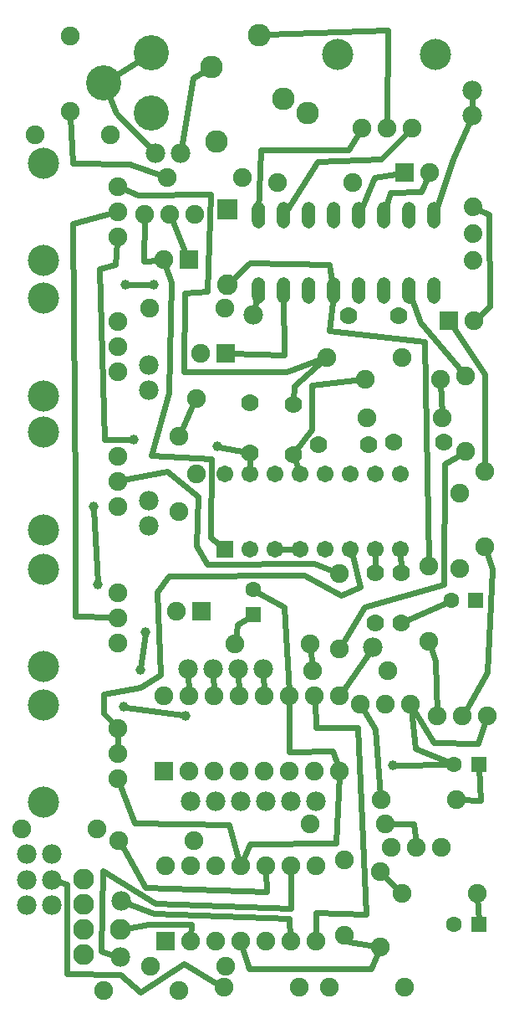
<source format=gtl>
G04 MADE WITH FRITZING*
G04 WWW.FRITZING.ORG*
G04 DOUBLE SIDED*
G04 HOLES PLATED*
G04 CONTOUR ON CENTER OF CONTOUR VECTOR*
%ASAXBY*%
%FSLAX23Y23*%
%MOIN*%
%OFA0B0*%
%SFA1.0B1.0*%
%ADD10C,0.039370*%
%ADD11C,0.067559*%
%ADD12C,0.082000*%
%ADD13C,0.075000*%
%ADD14C,0.062992*%
%ADD15C,0.074000*%
%ADD16C,0.140000*%
%ADD17C,0.090020*%
%ADD18C,0.052000*%
%ADD19C,0.078000*%
%ADD20C,0.083307*%
%ADD21C,0.074667*%
%ADD22C,0.074695*%
%ADD23C,0.124033*%
%ADD24C,0.070000*%
%ADD25R,0.067559X0.067559*%
%ADD26R,0.082000X0.082000*%
%ADD27R,0.075000X0.075000*%
%ADD28R,0.062992X0.062992*%
%ADD29C,0.024000*%
%ADD30R,0.001000X0.001000*%
%LNCOPPER1*%
G90*
G70*
G54D10*
X591Y2856D03*
X477Y2856D03*
X349Y1972D03*
X366Y1663D03*
X715Y1141D03*
X471Y1176D03*
X1542Y945D03*
X842Y2212D03*
X509Y2241D03*
X535Y1323D03*
X557Y1475D03*
G54D11*
X874Y1804D03*
X874Y2104D03*
X974Y1804D03*
X974Y2104D03*
X1074Y1804D03*
X1074Y2104D03*
X1174Y1804D03*
X1174Y2104D03*
X1274Y1804D03*
X1274Y2104D03*
X1374Y1804D03*
X1374Y2104D03*
X1474Y1804D03*
X1474Y2104D03*
X1574Y1804D03*
X1574Y2104D03*
G54D12*
X884Y3156D03*
X884Y2858D03*
G54D13*
X1329Y1408D03*
X1329Y1708D03*
X635Y243D03*
X735Y243D03*
X835Y243D03*
X935Y243D03*
X1035Y243D03*
X1135Y243D03*
X1235Y243D03*
X1235Y543D03*
X1135Y543D03*
X1035Y543D03*
X935Y543D03*
X835Y543D03*
X735Y543D03*
X635Y543D03*
X1767Y2713D03*
X1867Y2713D03*
X1590Y3303D03*
X1690Y3303D03*
X728Y2956D03*
X628Y2956D03*
X778Y1557D03*
X678Y1557D03*
G54D14*
X1874Y1601D03*
X1776Y1601D03*
X986Y1544D03*
X986Y1642D03*
X1885Y948D03*
X1787Y948D03*
X1885Y310D03*
X1787Y310D03*
G54D15*
X1862Y3166D03*
X1862Y3059D03*
X1862Y2952D03*
X1862Y3166D03*
X1862Y3059D03*
X1862Y2952D03*
G54D13*
X1920Y1140D03*
X1820Y1140D03*
X1720Y1140D03*
X753Y3138D03*
X653Y3138D03*
X553Y3138D03*
X1613Y1186D03*
X1513Y1186D03*
X1413Y1186D03*
X1737Y617D03*
X1637Y617D03*
X1537Y617D03*
G54D16*
X581Y3539D03*
X581Y3779D03*
X391Y3659D03*
G54D17*
X1204Y3541D03*
X1105Y3596D03*
X839Y3427D03*
X819Y3722D03*
X1011Y3850D03*
G54D13*
X1082Y3262D03*
X1382Y3262D03*
X913Y1426D03*
X1213Y1426D03*
X642Y3283D03*
X942Y3283D03*
X1512Y709D03*
X1212Y709D03*
X1440Y2326D03*
X1740Y2326D03*
X1434Y2481D03*
X1734Y2481D03*
X1278Y2568D03*
X1578Y2568D03*
X758Y2105D03*
X758Y2405D03*
X689Y1952D03*
X689Y2252D03*
X873Y2762D03*
X573Y2762D03*
G54D18*
X1007Y2833D03*
X1107Y2833D03*
X1207Y2833D03*
X1307Y2833D03*
X1407Y2833D03*
X1507Y2833D03*
X1607Y2833D03*
X1707Y2833D03*
X1707Y3133D03*
X1607Y3133D03*
X1507Y3133D03*
X1407Y3133D03*
X1307Y3133D03*
X1207Y3133D03*
X1107Y3133D03*
X1007Y3133D03*
X1007Y2833D03*
X1107Y2833D03*
X1207Y2833D03*
X1307Y2833D03*
X1407Y2833D03*
X1507Y2833D03*
X1607Y2833D03*
X1707Y2833D03*
X1707Y3133D03*
X1607Y3133D03*
X1507Y3133D03*
X1407Y3133D03*
X1307Y3133D03*
X1207Y3133D03*
X1107Y3133D03*
X1007Y3133D03*
G54D19*
X727Y1328D03*
X827Y1328D03*
X927Y1328D03*
X1027Y1328D03*
G54D20*
X311Y491D03*
X311Y391D03*
X311Y291D03*
X311Y191D03*
G54D19*
X735Y800D03*
X835Y800D03*
X935Y800D03*
X1035Y800D03*
X1135Y800D03*
X1235Y800D03*
X695Y3380D03*
X595Y3380D03*
X1859Y3531D03*
X1859Y3631D03*
X568Y1898D03*
X568Y1998D03*
X82Y387D03*
X182Y387D03*
X82Y486D03*
X182Y486D03*
X986Y2736D03*
X1464Y1412D03*
X83Y590D03*
X183Y590D03*
X455Y179D03*
X458Y403D03*
G54D20*
X457Y291D03*
G54D19*
X568Y2436D03*
X568Y2536D03*
G54D13*
X631Y920D03*
X631Y1220D03*
X731Y920D03*
X731Y1220D03*
X831Y920D03*
X831Y1220D03*
X931Y920D03*
X931Y1220D03*
X1031Y920D03*
X1031Y1220D03*
X1131Y920D03*
X1131Y1220D03*
X1231Y920D03*
X1231Y1220D03*
X1331Y920D03*
X1331Y1220D03*
G54D21*
X446Y890D03*
X446Y990D03*
G54D22*
X446Y1090D03*
G54D23*
X150Y796D03*
X150Y1185D03*
G54D21*
X445Y1431D03*
X445Y1531D03*
G54D22*
X445Y1631D03*
G54D23*
X150Y1337D03*
X150Y1725D03*
G54D21*
X445Y2509D03*
X445Y2609D03*
G54D22*
X445Y2709D03*
G54D23*
X150Y2415D03*
X150Y2803D03*
G54D21*
X446Y3047D03*
X446Y3147D03*
G54D22*
X446Y3247D03*
G54D23*
X150Y2953D03*
X150Y3341D03*
G54D21*
X445Y1975D03*
X445Y2075D03*
G54D22*
X445Y2175D03*
G54D23*
X150Y1881D03*
X150Y2269D03*
G54D13*
X417Y3452D03*
X117Y3452D03*
X256Y3846D03*
X256Y3546D03*
X876Y2585D03*
X776Y2585D03*
X1833Y2494D03*
X1833Y2194D03*
X1911Y1813D03*
X1911Y2113D03*
X1811Y1728D03*
X1811Y2028D03*
X1687Y1438D03*
X1687Y1738D03*
X1795Y806D03*
X1495Y806D03*
X1522Y1321D03*
X1222Y1321D03*
X1348Y266D03*
X1348Y566D03*
X1879Y434D03*
X1579Y434D03*
X1492Y219D03*
X1492Y519D03*
X690Y48D03*
X390Y48D03*
X577Y145D03*
X877Y145D03*
X868Y59D03*
X1168Y59D03*
X1291Y59D03*
X1591Y59D03*
X62Y690D03*
X362Y690D03*
X750Y645D03*
X450Y645D03*
G54D24*
X973Y2388D03*
X973Y2188D03*
X1146Y2381D03*
X1146Y2181D03*
X1246Y2219D03*
X1446Y2219D03*
X1545Y2231D03*
X1745Y2231D03*
X1473Y1710D03*
X1473Y1510D03*
X1576Y1709D03*
X1576Y1509D03*
X1366Y2732D03*
X1566Y2732D03*
G54D21*
X1419Y3480D03*
X1519Y3480D03*
G54D22*
X1619Y3480D03*
G54D23*
X1324Y3775D03*
X1713Y3775D03*
G54D25*
X874Y1804D03*
G54D26*
X884Y3157D03*
G54D27*
X635Y243D03*
X1767Y2713D03*
X1590Y3303D03*
X728Y2956D03*
X778Y1557D03*
G54D28*
X1874Y1601D03*
X986Y1544D03*
X1885Y948D03*
X1885Y310D03*
G54D27*
X631Y920D03*
X876Y2585D03*
G54D29*
X1150Y2455D02*
X1265Y2557D01*
D02*
X1364Y2474D02*
X1416Y2479D01*
D02*
X1219Y2456D02*
X1364Y2474D01*
D02*
X1219Y2281D02*
X1219Y2456D01*
D02*
X1146Y2396D02*
X1150Y2455D01*
D02*
X1822Y2508D02*
X1653Y2708D01*
D02*
X1653Y2708D02*
X1612Y2818D01*
D02*
X1739Y2343D02*
X1734Y2463D01*
D02*
X1777Y2699D02*
X1910Y2500D01*
D02*
X1910Y2500D02*
X1911Y2131D01*
D02*
X1154Y2193D02*
X1219Y2281D01*
D02*
X1230Y1746D02*
X804Y1742D01*
D02*
X1312Y1715D02*
X1230Y1746D01*
D02*
X1574Y1790D02*
X1576Y1724D01*
D02*
X1474Y1790D02*
X1473Y1725D01*
D02*
X391Y1149D02*
X432Y1106D01*
D02*
X537Y1253D02*
X391Y1227D01*
D02*
X617Y1305D02*
X537Y1253D01*
D02*
X766Y2015D02*
X642Y2112D01*
D02*
X1189Y1701D02*
X648Y1698D01*
D02*
X1337Y1620D02*
X1189Y1701D01*
D02*
X804Y1742D02*
X761Y1818D01*
D02*
X761Y1818D02*
X766Y2015D01*
D02*
X642Y2112D02*
X465Y2079D01*
D02*
X1413Y1653D02*
X1337Y1620D01*
D02*
X391Y1227D02*
X391Y1149D01*
D02*
X1378Y1791D02*
X1413Y1653D01*
D02*
X648Y1698D02*
X604Y1633D01*
D02*
X604Y1633D02*
X617Y1305D01*
D02*
X1215Y1409D02*
X1221Y1339D01*
D02*
X1160Y1804D02*
X1088Y1804D01*
D02*
X973Y1535D02*
X924Y1503D01*
D02*
X924Y1503D02*
X916Y1443D01*
D02*
X1130Y1237D02*
X1111Y1574D01*
D02*
X1111Y1574D02*
X1000Y1635D01*
D02*
X815Y1850D02*
X819Y2164D01*
D02*
X863Y1813D02*
X815Y1850D01*
D02*
X819Y2164D02*
X581Y2178D01*
D02*
X659Y2868D02*
X634Y2940D01*
D02*
X650Y2427D02*
X659Y2868D01*
D02*
X1590Y1516D02*
X1762Y1594D01*
D02*
X1622Y1171D02*
X1707Y1032D01*
D02*
X1883Y1029D02*
X1914Y1123D01*
D02*
X1707Y1032D02*
X1883Y1029D01*
D02*
X1920Y1314D02*
X1940Y1723D01*
D02*
X1829Y1155D02*
X1920Y1314D01*
D02*
X1940Y1723D02*
X1917Y1796D01*
D02*
X581Y2178D02*
X650Y2427D01*
D02*
X410Y3613D02*
X440Y3539D01*
D02*
X440Y3539D02*
X582Y3393D01*
D02*
X746Y3679D02*
X793Y3707D01*
D02*
X698Y3399D02*
X746Y3679D01*
D02*
X721Y2972D02*
X660Y3122D01*
D02*
X1930Y2770D02*
X1880Y2725D01*
D02*
X1880Y3158D02*
X1926Y3136D01*
D02*
X1926Y3136D02*
X1930Y2770D01*
D02*
X485Y2856D02*
X583Y2856D01*
D02*
X349Y1964D02*
X366Y1671D01*
D02*
X1341Y1234D02*
X1453Y1396D01*
D02*
X479Y1175D02*
X707Y1142D01*
D02*
X536Y1330D02*
X556Y1468D01*
D02*
X1771Y948D02*
X1550Y945D01*
D02*
X1003Y2817D02*
X990Y2755D01*
D02*
X1812Y806D02*
X1893Y805D01*
D02*
X1893Y805D02*
X1886Y932D01*
D02*
X1456Y132D02*
X1485Y203D01*
D02*
X970Y135D02*
X1456Y132D01*
D02*
X1635Y634D02*
X1626Y710D01*
D02*
X1626Y710D02*
X1529Y709D01*
D02*
X941Y226D02*
X970Y135D01*
D02*
X1615Y1168D02*
X1633Y1010D01*
D02*
X1371Y239D02*
X1474Y222D01*
D02*
X1359Y252D02*
X1371Y239D01*
D02*
X1633Y1010D02*
X1772Y954D01*
D02*
X1504Y507D02*
X1566Y446D01*
D02*
X1237Y356D02*
X1236Y260D01*
D02*
X1435Y350D02*
X1237Y356D01*
D02*
X1235Y1094D02*
X1402Y1092D01*
D02*
X1232Y1202D02*
X1235Y1094D01*
D02*
X1402Y1092D02*
X1435Y350D01*
D02*
X1040Y441D02*
X557Y456D01*
D02*
X1036Y525D02*
X1040Y441D01*
D02*
X557Y456D02*
X458Y630D01*
D02*
X446Y1070D02*
X446Y1011D01*
D02*
X891Y708D02*
X513Y714D01*
D02*
X931Y560D02*
X891Y708D01*
D02*
X513Y714D02*
X453Y871D01*
D02*
X974Y631D02*
X1315Y632D01*
D02*
X942Y559D02*
X974Y631D01*
D02*
X1315Y632D02*
X1330Y902D01*
D02*
X1289Y2938D02*
X972Y2944D01*
D02*
X972Y2944D02*
X899Y2873D01*
D02*
X1304Y2849D02*
X1289Y2938D01*
D02*
X1169Y2117D02*
X1151Y2167D01*
D02*
X974Y2118D02*
X974Y2173D01*
D02*
X1128Y998D02*
X1304Y1000D01*
D02*
X1304Y1000D02*
X1326Y936D01*
D02*
X1131Y1202D02*
X1128Y998D01*
D02*
X553Y3121D02*
X549Y2950D01*
D02*
X549Y2950D02*
X611Y2955D01*
D02*
X1120Y2511D02*
X709Y2511D01*
D02*
X713Y2822D02*
X804Y2829D01*
D02*
X709Y2511D02*
X713Y2822D01*
D02*
X804Y2829D02*
X815Y3216D01*
D02*
X1262Y2562D02*
X1120Y2511D01*
D02*
X267Y3101D02*
X426Y3142D01*
D02*
X425Y1532D02*
X276Y1536D01*
D02*
X277Y2012D02*
X267Y3101D01*
D02*
X276Y1536D02*
X277Y2012D01*
D02*
X850Y2211D02*
X959Y2190D01*
D02*
X393Y2241D02*
X501Y2241D01*
D02*
X373Y2921D02*
X393Y2241D01*
D02*
X444Y3026D02*
X435Y2936D01*
D02*
X435Y2936D02*
X373Y2921D01*
D02*
X527Y3212D02*
X465Y3239D01*
D02*
X815Y3216D02*
X527Y3212D01*
D02*
X493Y3336D02*
X265Y3340D01*
D02*
X625Y3289D02*
X493Y3336D01*
D02*
X265Y3340D02*
X257Y3528D01*
D02*
X1431Y1574D02*
X1338Y1423D01*
D02*
X1746Y1662D02*
X1431Y1574D01*
D02*
X1818Y2185D02*
X1749Y2145D01*
D02*
X1749Y2145D02*
X1746Y1662D01*
D02*
X751Y2389D02*
X696Y2268D01*
D02*
X1291Y2674D02*
X1305Y2817D01*
D02*
X1687Y1755D02*
X1669Y2631D01*
D02*
X1669Y2631D02*
X1291Y2674D01*
D02*
X1111Y2577D02*
X1107Y2817D01*
D02*
X894Y2584D02*
X1111Y2577D01*
D02*
X1532Y3223D02*
X1511Y3148D01*
D02*
X1655Y3228D02*
X1532Y3223D01*
D02*
X1683Y3287D02*
X1655Y3228D01*
D02*
X1471Y3284D02*
X1413Y3148D01*
D02*
X1573Y3300D02*
X1471Y3284D01*
D02*
X1244Y3348D02*
X1496Y3356D01*
D02*
X1496Y3356D02*
X1604Y3465D01*
D02*
X1115Y3147D02*
X1244Y3348D01*
D02*
X1041Y3852D02*
X1524Y3870D01*
D02*
X1524Y3870D02*
X1519Y3500D01*
D02*
X591Y354D02*
X476Y396D01*
D02*
X380Y203D02*
X437Y185D01*
D02*
X387Y522D02*
X380Y203D01*
D02*
X1137Y372D02*
X595Y394D01*
D02*
X595Y394D02*
X387Y522D01*
D02*
X1136Y525D02*
X1137Y372D01*
D02*
X1129Y334D02*
X591Y354D01*
D02*
X535Y39D02*
X455Y111D01*
D02*
X455Y111D02*
X244Y114D01*
D02*
X711Y152D02*
X535Y39D01*
D02*
X244Y470D02*
X200Y482D01*
D02*
X853Y68D02*
X711Y152D01*
D02*
X244Y114D02*
X244Y470D01*
D02*
X1134Y260D02*
X1129Y334D01*
D02*
X569Y310D02*
X478Y295D01*
D02*
X736Y260D02*
X740Y310D01*
D02*
X740Y310D02*
X569Y310D01*
D02*
X1030Y1237D02*
X1027Y1309D01*
D02*
X930Y1237D02*
X927Y1309D01*
D02*
X830Y1237D02*
X827Y1309D01*
D02*
X730Y1237D02*
X727Y1309D01*
D02*
X1784Y3356D02*
X1712Y3148D01*
D02*
X1852Y3514D02*
X1784Y3356D01*
D02*
X1472Y1088D02*
X1493Y823D01*
D02*
X1422Y1171D02*
X1472Y1088D01*
D02*
X1885Y326D02*
X1880Y417D01*
D02*
X1366Y3395D02*
X1408Y3462D01*
D02*
X1016Y3392D02*
X1366Y3395D01*
D02*
X1007Y3149D02*
X1016Y3392D01*
D02*
X1859Y3612D02*
X1859Y3550D01*
D02*
X434Y3686D02*
X539Y3752D01*
D02*
X1719Y1157D02*
X1713Y1356D01*
D02*
X1713Y1356D02*
X1692Y1421D01*
G54D30*
X1002Y3185D02*
X1012Y3185D01*
X1102Y3185D02*
X1112Y3185D01*
X1202Y3185D02*
X1212Y3185D01*
X1302Y3185D02*
X1312Y3185D01*
X1402Y3185D02*
X1412Y3185D01*
X1502Y3185D02*
X1512Y3185D01*
X1602Y3185D02*
X1612Y3185D01*
X1702Y3185D02*
X1712Y3185D01*
X999Y3184D02*
X1015Y3184D01*
X1098Y3184D02*
X1115Y3184D01*
X1198Y3184D02*
X1215Y3184D01*
X1298Y3184D02*
X1315Y3184D01*
X1398Y3184D02*
X1415Y3184D01*
X1498Y3184D02*
X1515Y3184D01*
X1598Y3184D02*
X1615Y3184D01*
X1698Y3184D02*
X1715Y3184D01*
X996Y3183D02*
X1017Y3183D01*
X1096Y3183D02*
X1117Y3183D01*
X1196Y3183D02*
X1217Y3183D01*
X1296Y3183D02*
X1317Y3183D01*
X1396Y3183D02*
X1417Y3183D01*
X1496Y3183D02*
X1517Y3183D01*
X1596Y3183D02*
X1617Y3183D01*
X1696Y3183D02*
X1717Y3183D01*
X994Y3182D02*
X1019Y3182D01*
X1094Y3182D02*
X1119Y3182D01*
X1194Y3182D02*
X1219Y3182D01*
X1294Y3182D02*
X1319Y3182D01*
X1394Y3182D02*
X1419Y3182D01*
X1494Y3182D02*
X1519Y3182D01*
X1594Y3182D02*
X1619Y3182D01*
X1694Y3182D02*
X1719Y3182D01*
X993Y3181D02*
X1021Y3181D01*
X1093Y3181D02*
X1121Y3181D01*
X1193Y3181D02*
X1221Y3181D01*
X1293Y3181D02*
X1321Y3181D01*
X1393Y3181D02*
X1421Y3181D01*
X1493Y3181D02*
X1521Y3181D01*
X1593Y3181D02*
X1621Y3181D01*
X1692Y3181D02*
X1721Y3181D01*
X991Y3180D02*
X1022Y3180D01*
X1091Y3180D02*
X1122Y3180D01*
X1191Y3180D02*
X1222Y3180D01*
X1291Y3180D02*
X1322Y3180D01*
X1391Y3180D02*
X1422Y3180D01*
X1491Y3180D02*
X1522Y3180D01*
X1591Y3180D02*
X1622Y3180D01*
X1691Y3180D02*
X1722Y3180D01*
X990Y3179D02*
X1023Y3179D01*
X1090Y3179D02*
X1123Y3179D01*
X1190Y3179D02*
X1223Y3179D01*
X1290Y3179D02*
X1323Y3179D01*
X1390Y3179D02*
X1423Y3179D01*
X1490Y3179D02*
X1523Y3179D01*
X1590Y3179D02*
X1623Y3179D01*
X1690Y3179D02*
X1723Y3179D01*
X989Y3178D02*
X1025Y3178D01*
X1089Y3178D02*
X1125Y3178D01*
X1189Y3178D02*
X1225Y3178D01*
X1289Y3178D02*
X1325Y3178D01*
X1389Y3178D02*
X1425Y3178D01*
X1489Y3178D02*
X1525Y3178D01*
X1589Y3178D02*
X1625Y3178D01*
X1689Y3178D02*
X1724Y3178D01*
X988Y3177D02*
X1026Y3177D01*
X1088Y3177D02*
X1126Y3177D01*
X1188Y3177D02*
X1225Y3177D01*
X1288Y3177D02*
X1325Y3177D01*
X1388Y3177D02*
X1425Y3177D01*
X1488Y3177D02*
X1525Y3177D01*
X1588Y3177D02*
X1625Y3177D01*
X1688Y3177D02*
X1725Y3177D01*
X987Y3176D02*
X1026Y3176D01*
X1087Y3176D02*
X1126Y3176D01*
X1187Y3176D02*
X1226Y3176D01*
X1287Y3176D02*
X1326Y3176D01*
X1387Y3176D02*
X1426Y3176D01*
X1487Y3176D02*
X1526Y3176D01*
X1587Y3176D02*
X1626Y3176D01*
X1687Y3176D02*
X1726Y3176D01*
X987Y3175D02*
X1027Y3175D01*
X1087Y3175D02*
X1127Y3175D01*
X1186Y3175D02*
X1227Y3175D01*
X1286Y3175D02*
X1327Y3175D01*
X1386Y3175D02*
X1427Y3175D01*
X1486Y3175D02*
X1527Y3175D01*
X1586Y3175D02*
X1627Y3175D01*
X1686Y3175D02*
X1727Y3175D01*
X986Y3174D02*
X1028Y3174D01*
X1086Y3174D02*
X1128Y3174D01*
X1186Y3174D02*
X1228Y3174D01*
X1286Y3174D02*
X1328Y3174D01*
X1386Y3174D02*
X1428Y3174D01*
X1486Y3174D02*
X1528Y3174D01*
X1586Y3174D02*
X1628Y3174D01*
X1686Y3174D02*
X1728Y3174D01*
X985Y3173D02*
X1029Y3173D01*
X1085Y3173D02*
X1128Y3173D01*
X1185Y3173D02*
X1228Y3173D01*
X1285Y3173D02*
X1328Y3173D01*
X1385Y3173D02*
X1428Y3173D01*
X1485Y3173D02*
X1528Y3173D01*
X1585Y3173D02*
X1628Y3173D01*
X1685Y3173D02*
X1728Y3173D01*
X985Y3172D02*
X1029Y3172D01*
X1085Y3172D02*
X1129Y3172D01*
X1185Y3172D02*
X1229Y3172D01*
X1285Y3172D02*
X1329Y3172D01*
X1385Y3172D02*
X1429Y3172D01*
X1485Y3172D02*
X1529Y3172D01*
X1585Y3172D02*
X1629Y3172D01*
X1684Y3172D02*
X1729Y3172D01*
X984Y3171D02*
X1030Y3171D01*
X1084Y3171D02*
X1130Y3171D01*
X1184Y3171D02*
X1230Y3171D01*
X1284Y3171D02*
X1330Y3171D01*
X1384Y3171D02*
X1430Y3171D01*
X1484Y3171D02*
X1529Y3171D01*
X1584Y3171D02*
X1629Y3171D01*
X1684Y3171D02*
X1729Y3171D01*
X984Y3170D02*
X1030Y3170D01*
X1084Y3170D02*
X1130Y3170D01*
X1184Y3170D02*
X1230Y3170D01*
X1283Y3170D02*
X1330Y3170D01*
X1383Y3170D02*
X1430Y3170D01*
X1483Y3170D02*
X1530Y3170D01*
X1583Y3170D02*
X1630Y3170D01*
X1683Y3170D02*
X1730Y3170D01*
X983Y3169D02*
X1031Y3169D01*
X1083Y3169D02*
X1131Y3169D01*
X1183Y3169D02*
X1231Y3169D01*
X1283Y3169D02*
X1330Y3169D01*
X1383Y3169D02*
X1430Y3169D01*
X1483Y3169D02*
X1530Y3169D01*
X1583Y3169D02*
X1630Y3169D01*
X1683Y3169D02*
X1730Y3169D01*
X983Y3168D02*
X1031Y3168D01*
X1083Y3168D02*
X1131Y3168D01*
X1183Y3168D02*
X1231Y3168D01*
X1283Y3168D02*
X1331Y3168D01*
X1383Y3168D02*
X1431Y3168D01*
X1483Y3168D02*
X1531Y3168D01*
X1583Y3168D02*
X1631Y3168D01*
X1683Y3168D02*
X1731Y3168D01*
X982Y3167D02*
X1031Y3167D01*
X1082Y3167D02*
X1131Y3167D01*
X1182Y3167D02*
X1231Y3167D01*
X1282Y3167D02*
X1331Y3167D01*
X1382Y3167D02*
X1431Y3167D01*
X1482Y3167D02*
X1531Y3167D01*
X1582Y3167D02*
X1631Y3167D01*
X1682Y3167D02*
X1731Y3167D01*
X982Y3166D02*
X1032Y3166D01*
X1082Y3166D02*
X1131Y3166D01*
X1182Y3166D02*
X1231Y3166D01*
X1282Y3166D02*
X1331Y3166D01*
X1382Y3166D02*
X1431Y3166D01*
X1482Y3166D02*
X1531Y3166D01*
X1582Y3166D02*
X1631Y3166D01*
X1682Y3166D02*
X1731Y3166D01*
X982Y3165D02*
X1032Y3165D01*
X1082Y3165D02*
X1132Y3165D01*
X1182Y3165D02*
X1232Y3165D01*
X1282Y3165D02*
X1332Y3165D01*
X1382Y3165D02*
X1432Y3165D01*
X1482Y3165D02*
X1532Y3165D01*
X1582Y3165D02*
X1632Y3165D01*
X1682Y3165D02*
X1732Y3165D01*
X982Y3164D02*
X1032Y3164D01*
X1082Y3164D02*
X1132Y3164D01*
X1182Y3164D02*
X1232Y3164D01*
X1282Y3164D02*
X1332Y3164D01*
X1382Y3164D02*
X1432Y3164D01*
X1482Y3164D02*
X1532Y3164D01*
X1582Y3164D02*
X1632Y3164D01*
X1682Y3164D02*
X1732Y3164D01*
X982Y3163D02*
X1032Y3163D01*
X1082Y3163D02*
X1132Y3163D01*
X1182Y3163D02*
X1232Y3163D01*
X1282Y3163D02*
X1332Y3163D01*
X1382Y3163D02*
X1432Y3163D01*
X1481Y3163D02*
X1532Y3163D01*
X1581Y3163D02*
X1632Y3163D01*
X1681Y3163D02*
X1732Y3163D01*
X981Y3162D02*
X1032Y3162D01*
X1081Y3162D02*
X1132Y3162D01*
X1181Y3162D02*
X1232Y3162D01*
X1281Y3162D02*
X1332Y3162D01*
X1381Y3162D02*
X1432Y3162D01*
X1481Y3162D02*
X1532Y3162D01*
X1581Y3162D02*
X1632Y3162D01*
X1681Y3162D02*
X1732Y3162D01*
X981Y3161D02*
X1032Y3161D01*
X1081Y3161D02*
X1132Y3161D01*
X1181Y3161D02*
X1232Y3161D01*
X1281Y3161D02*
X1332Y3161D01*
X1381Y3161D02*
X1432Y3161D01*
X1481Y3161D02*
X1532Y3161D01*
X1581Y3161D02*
X1632Y3161D01*
X1681Y3161D02*
X1732Y3161D01*
X981Y3160D02*
X1032Y3160D01*
X1081Y3160D02*
X1132Y3160D01*
X1181Y3160D02*
X1232Y3160D01*
X1281Y3160D02*
X1332Y3160D01*
X1381Y3160D02*
X1432Y3160D01*
X1481Y3160D02*
X1532Y3160D01*
X1581Y3160D02*
X1632Y3160D01*
X1681Y3160D02*
X1732Y3160D01*
X981Y3159D02*
X1032Y3159D01*
X1081Y3159D02*
X1132Y3159D01*
X1181Y3159D02*
X1232Y3159D01*
X1281Y3159D02*
X1332Y3159D01*
X1381Y3159D02*
X1432Y3159D01*
X1481Y3159D02*
X1532Y3159D01*
X1581Y3159D02*
X1632Y3159D01*
X1681Y3159D02*
X1732Y3159D01*
X981Y3158D02*
X1032Y3158D01*
X1081Y3158D02*
X1132Y3158D01*
X1181Y3158D02*
X1232Y3158D01*
X1281Y3158D02*
X1332Y3158D01*
X1381Y3158D02*
X1432Y3158D01*
X1481Y3158D02*
X1532Y3158D01*
X1581Y3158D02*
X1632Y3158D01*
X1681Y3158D02*
X1732Y3158D01*
X981Y3157D02*
X1032Y3157D01*
X1081Y3157D02*
X1132Y3157D01*
X1181Y3157D02*
X1232Y3157D01*
X1281Y3157D02*
X1332Y3157D01*
X1381Y3157D02*
X1432Y3157D01*
X1481Y3157D02*
X1532Y3157D01*
X1581Y3157D02*
X1632Y3157D01*
X1681Y3157D02*
X1732Y3157D01*
X981Y3156D02*
X1032Y3156D01*
X1081Y3156D02*
X1132Y3156D01*
X1181Y3156D02*
X1232Y3156D01*
X1281Y3156D02*
X1332Y3156D01*
X1381Y3156D02*
X1432Y3156D01*
X1481Y3156D02*
X1532Y3156D01*
X1581Y3156D02*
X1632Y3156D01*
X1681Y3156D02*
X1732Y3156D01*
X981Y3155D02*
X1032Y3155D01*
X1081Y3155D02*
X1132Y3155D01*
X1181Y3155D02*
X1232Y3155D01*
X1281Y3155D02*
X1332Y3155D01*
X1381Y3155D02*
X1432Y3155D01*
X1481Y3155D02*
X1532Y3155D01*
X1581Y3155D02*
X1632Y3155D01*
X1681Y3155D02*
X1732Y3155D01*
X981Y3154D02*
X1032Y3154D01*
X1081Y3154D02*
X1132Y3154D01*
X1181Y3154D02*
X1232Y3154D01*
X1281Y3154D02*
X1332Y3154D01*
X1381Y3154D02*
X1432Y3154D01*
X1481Y3154D02*
X1532Y3154D01*
X1581Y3154D02*
X1632Y3154D01*
X1681Y3154D02*
X1732Y3154D01*
X981Y3153D02*
X1032Y3153D01*
X1081Y3153D02*
X1132Y3153D01*
X1181Y3153D02*
X1232Y3153D01*
X1281Y3153D02*
X1332Y3153D01*
X1381Y3153D02*
X1432Y3153D01*
X1481Y3153D02*
X1532Y3153D01*
X1581Y3153D02*
X1632Y3153D01*
X1681Y3153D02*
X1732Y3153D01*
X981Y3152D02*
X1032Y3152D01*
X1081Y3152D02*
X1132Y3152D01*
X1181Y3152D02*
X1232Y3152D01*
X1281Y3152D02*
X1332Y3152D01*
X1381Y3152D02*
X1432Y3152D01*
X1481Y3152D02*
X1532Y3152D01*
X1581Y3152D02*
X1632Y3152D01*
X1681Y3152D02*
X1732Y3152D01*
X981Y3151D02*
X1032Y3151D01*
X1081Y3151D02*
X1132Y3151D01*
X1181Y3151D02*
X1232Y3151D01*
X1281Y3151D02*
X1332Y3151D01*
X1381Y3151D02*
X1432Y3151D01*
X1481Y3151D02*
X1532Y3151D01*
X1581Y3151D02*
X1632Y3151D01*
X1681Y3151D02*
X1732Y3151D01*
X981Y3150D02*
X1032Y3150D01*
X1081Y3150D02*
X1132Y3150D01*
X1181Y3150D02*
X1232Y3150D01*
X1281Y3150D02*
X1332Y3150D01*
X1381Y3150D02*
X1432Y3150D01*
X1481Y3150D02*
X1532Y3150D01*
X1581Y3150D02*
X1632Y3150D01*
X1681Y3150D02*
X1732Y3150D01*
X981Y3149D02*
X1002Y3149D01*
X1011Y3149D02*
X1032Y3149D01*
X1081Y3149D02*
X1102Y3149D01*
X1111Y3149D02*
X1132Y3149D01*
X1181Y3149D02*
X1202Y3149D01*
X1211Y3149D02*
X1232Y3149D01*
X1281Y3149D02*
X1302Y3149D01*
X1311Y3149D02*
X1332Y3149D01*
X1381Y3149D02*
X1402Y3149D01*
X1411Y3149D02*
X1432Y3149D01*
X1481Y3149D02*
X1502Y3149D01*
X1511Y3149D02*
X1532Y3149D01*
X1581Y3149D02*
X1602Y3149D01*
X1611Y3149D02*
X1632Y3149D01*
X1681Y3149D02*
X1702Y3149D01*
X1711Y3149D02*
X1732Y3149D01*
X981Y3148D02*
X1000Y3148D01*
X1014Y3148D02*
X1032Y3148D01*
X1081Y3148D02*
X1100Y3148D01*
X1114Y3148D02*
X1132Y3148D01*
X1181Y3148D02*
X1199Y3148D01*
X1214Y3148D02*
X1232Y3148D01*
X1281Y3148D02*
X1299Y3148D01*
X1314Y3148D02*
X1332Y3148D01*
X1381Y3148D02*
X1399Y3148D01*
X1414Y3148D02*
X1432Y3148D01*
X1481Y3148D02*
X1499Y3148D01*
X1514Y3148D02*
X1532Y3148D01*
X1581Y3148D02*
X1599Y3148D01*
X1614Y3148D02*
X1632Y3148D01*
X1681Y3148D02*
X1699Y3148D01*
X1714Y3148D02*
X1732Y3148D01*
X981Y3147D02*
X998Y3147D01*
X1016Y3147D02*
X1032Y3147D01*
X1081Y3147D02*
X1098Y3147D01*
X1116Y3147D02*
X1132Y3147D01*
X1181Y3147D02*
X1198Y3147D01*
X1216Y3147D02*
X1232Y3147D01*
X1281Y3147D02*
X1298Y3147D01*
X1316Y3147D02*
X1332Y3147D01*
X1381Y3147D02*
X1398Y3147D01*
X1416Y3147D02*
X1432Y3147D01*
X1481Y3147D02*
X1498Y3147D01*
X1516Y3147D02*
X1532Y3147D01*
X1581Y3147D02*
X1598Y3147D01*
X1616Y3147D02*
X1632Y3147D01*
X1681Y3147D02*
X1698Y3147D01*
X1716Y3147D02*
X1732Y3147D01*
X981Y3146D02*
X996Y3146D01*
X1017Y3146D02*
X1032Y3146D01*
X1081Y3146D02*
X1096Y3146D01*
X1117Y3146D02*
X1132Y3146D01*
X1181Y3146D02*
X1196Y3146D01*
X1217Y3146D02*
X1232Y3146D01*
X1281Y3146D02*
X1296Y3146D01*
X1317Y3146D02*
X1332Y3146D01*
X1381Y3146D02*
X1396Y3146D01*
X1417Y3146D02*
X1432Y3146D01*
X1481Y3146D02*
X1496Y3146D01*
X1517Y3146D02*
X1532Y3146D01*
X1581Y3146D02*
X1596Y3146D01*
X1617Y3146D02*
X1632Y3146D01*
X1681Y3146D02*
X1696Y3146D01*
X1717Y3146D02*
X1732Y3146D01*
X981Y3145D02*
X995Y3145D01*
X1019Y3145D02*
X1032Y3145D01*
X1081Y3145D02*
X1095Y3145D01*
X1118Y3145D02*
X1132Y3145D01*
X1181Y3145D02*
X1195Y3145D01*
X1218Y3145D02*
X1232Y3145D01*
X1281Y3145D02*
X1295Y3145D01*
X1318Y3145D02*
X1332Y3145D01*
X1381Y3145D02*
X1395Y3145D01*
X1418Y3145D02*
X1432Y3145D01*
X1481Y3145D02*
X1495Y3145D01*
X1518Y3145D02*
X1532Y3145D01*
X1581Y3145D02*
X1595Y3145D01*
X1618Y3145D02*
X1632Y3145D01*
X1681Y3145D02*
X1695Y3145D01*
X1718Y3145D02*
X1732Y3145D01*
X981Y3144D02*
X994Y3144D01*
X1019Y3144D02*
X1032Y3144D01*
X1081Y3144D02*
X1094Y3144D01*
X1119Y3144D02*
X1132Y3144D01*
X1181Y3144D02*
X1194Y3144D01*
X1219Y3144D02*
X1232Y3144D01*
X1281Y3144D02*
X1294Y3144D01*
X1319Y3144D02*
X1332Y3144D01*
X1381Y3144D02*
X1394Y3144D01*
X1419Y3144D02*
X1432Y3144D01*
X1481Y3144D02*
X1494Y3144D01*
X1519Y3144D02*
X1532Y3144D01*
X1581Y3144D02*
X1594Y3144D01*
X1619Y3144D02*
X1632Y3144D01*
X1681Y3144D02*
X1694Y3144D01*
X1719Y3144D02*
X1732Y3144D01*
X981Y3143D02*
X993Y3143D01*
X1020Y3143D02*
X1032Y3143D01*
X1081Y3143D02*
X1093Y3143D01*
X1120Y3143D02*
X1132Y3143D01*
X1181Y3143D02*
X1193Y3143D01*
X1220Y3143D02*
X1232Y3143D01*
X1281Y3143D02*
X1293Y3143D01*
X1320Y3143D02*
X1332Y3143D01*
X1381Y3143D02*
X1393Y3143D01*
X1420Y3143D02*
X1432Y3143D01*
X1481Y3143D02*
X1493Y3143D01*
X1520Y3143D02*
X1532Y3143D01*
X1581Y3143D02*
X1593Y3143D01*
X1620Y3143D02*
X1632Y3143D01*
X1681Y3143D02*
X1693Y3143D01*
X1720Y3143D02*
X1732Y3143D01*
X981Y3142D02*
X993Y3142D01*
X1021Y3142D02*
X1032Y3142D01*
X1081Y3142D02*
X1093Y3142D01*
X1121Y3142D02*
X1132Y3142D01*
X1181Y3142D02*
X1193Y3142D01*
X1221Y3142D02*
X1232Y3142D01*
X1281Y3142D02*
X1293Y3142D01*
X1321Y3142D02*
X1332Y3142D01*
X1381Y3142D02*
X1393Y3142D01*
X1421Y3142D02*
X1432Y3142D01*
X1481Y3142D02*
X1493Y3142D01*
X1521Y3142D02*
X1532Y3142D01*
X1581Y3142D02*
X1593Y3142D01*
X1621Y3142D02*
X1632Y3142D01*
X1681Y3142D02*
X1693Y3142D01*
X1721Y3142D02*
X1732Y3142D01*
X981Y3141D02*
X992Y3141D01*
X1021Y3141D02*
X1032Y3141D01*
X1081Y3141D02*
X1092Y3141D01*
X1121Y3141D02*
X1132Y3141D01*
X1181Y3141D02*
X1192Y3141D01*
X1221Y3141D02*
X1232Y3141D01*
X1281Y3141D02*
X1292Y3141D01*
X1321Y3141D02*
X1332Y3141D01*
X1381Y3141D02*
X1392Y3141D01*
X1421Y3141D02*
X1432Y3141D01*
X1481Y3141D02*
X1492Y3141D01*
X1521Y3141D02*
X1532Y3141D01*
X1581Y3141D02*
X1592Y3141D01*
X1621Y3141D02*
X1632Y3141D01*
X1681Y3141D02*
X1692Y3141D01*
X1721Y3141D02*
X1732Y3141D01*
X981Y3140D02*
X992Y3140D01*
X1022Y3140D02*
X1032Y3140D01*
X1081Y3140D02*
X1092Y3140D01*
X1122Y3140D02*
X1132Y3140D01*
X1181Y3140D02*
X1192Y3140D01*
X1222Y3140D02*
X1232Y3140D01*
X1281Y3140D02*
X1292Y3140D01*
X1322Y3140D02*
X1332Y3140D01*
X1381Y3140D02*
X1392Y3140D01*
X1422Y3140D02*
X1432Y3140D01*
X1481Y3140D02*
X1492Y3140D01*
X1522Y3140D02*
X1532Y3140D01*
X1581Y3140D02*
X1592Y3140D01*
X1622Y3140D02*
X1632Y3140D01*
X1681Y3140D02*
X1692Y3140D01*
X1722Y3140D02*
X1732Y3140D01*
X981Y3139D02*
X991Y3139D01*
X1022Y3139D02*
X1032Y3139D01*
X1081Y3139D02*
X1091Y3139D01*
X1122Y3139D02*
X1132Y3139D01*
X1181Y3139D02*
X1191Y3139D01*
X1222Y3139D02*
X1232Y3139D01*
X1281Y3139D02*
X1291Y3139D01*
X1322Y3139D02*
X1332Y3139D01*
X1381Y3139D02*
X1391Y3139D01*
X1422Y3139D02*
X1432Y3139D01*
X1481Y3139D02*
X1491Y3139D01*
X1522Y3139D02*
X1532Y3139D01*
X1581Y3139D02*
X1591Y3139D01*
X1622Y3139D02*
X1632Y3139D01*
X1681Y3139D02*
X1691Y3139D01*
X1722Y3139D02*
X1732Y3139D01*
X981Y3138D02*
X991Y3138D01*
X1023Y3138D02*
X1032Y3138D01*
X1081Y3138D02*
X1091Y3138D01*
X1123Y3138D02*
X1132Y3138D01*
X1181Y3138D02*
X1191Y3138D01*
X1223Y3138D02*
X1232Y3138D01*
X1281Y3138D02*
X1291Y3138D01*
X1323Y3138D02*
X1332Y3138D01*
X1381Y3138D02*
X1391Y3138D01*
X1423Y3138D02*
X1432Y3138D01*
X1481Y3138D02*
X1491Y3138D01*
X1523Y3138D02*
X1532Y3138D01*
X1581Y3138D02*
X1591Y3138D01*
X1623Y3138D02*
X1632Y3138D01*
X1681Y3138D02*
X1691Y3138D01*
X1722Y3138D02*
X1732Y3138D01*
X981Y3137D02*
X991Y3137D01*
X1023Y3137D02*
X1032Y3137D01*
X1081Y3137D02*
X1091Y3137D01*
X1123Y3137D02*
X1132Y3137D01*
X1181Y3137D02*
X1191Y3137D01*
X1223Y3137D02*
X1232Y3137D01*
X1281Y3137D02*
X1291Y3137D01*
X1323Y3137D02*
X1332Y3137D01*
X1381Y3137D02*
X1391Y3137D01*
X1423Y3137D02*
X1432Y3137D01*
X1481Y3137D02*
X1491Y3137D01*
X1523Y3137D02*
X1532Y3137D01*
X1581Y3137D02*
X1591Y3137D01*
X1623Y3137D02*
X1632Y3137D01*
X1681Y3137D02*
X1691Y3137D01*
X1723Y3137D02*
X1732Y3137D01*
X981Y3136D02*
X991Y3136D01*
X1023Y3136D02*
X1032Y3136D01*
X1081Y3136D02*
X1091Y3136D01*
X1123Y3136D02*
X1132Y3136D01*
X1181Y3136D02*
X1191Y3136D01*
X1223Y3136D02*
X1232Y3136D01*
X1281Y3136D02*
X1291Y3136D01*
X1323Y3136D02*
X1332Y3136D01*
X1381Y3136D02*
X1391Y3136D01*
X1423Y3136D02*
X1432Y3136D01*
X1481Y3136D02*
X1490Y3136D01*
X1523Y3136D02*
X1532Y3136D01*
X1581Y3136D02*
X1590Y3136D01*
X1623Y3136D02*
X1632Y3136D01*
X1681Y3136D02*
X1690Y3136D01*
X1723Y3136D02*
X1732Y3136D01*
X981Y3135D02*
X991Y3135D01*
X1023Y3135D02*
X1032Y3135D01*
X1081Y3135D02*
X1090Y3135D01*
X1123Y3135D02*
X1132Y3135D01*
X1181Y3135D02*
X1190Y3135D01*
X1223Y3135D02*
X1232Y3135D01*
X1281Y3135D02*
X1290Y3135D01*
X1323Y3135D02*
X1332Y3135D01*
X1381Y3135D02*
X1390Y3135D01*
X1423Y3135D02*
X1432Y3135D01*
X1481Y3135D02*
X1490Y3135D01*
X1523Y3135D02*
X1532Y3135D01*
X1581Y3135D02*
X1590Y3135D01*
X1623Y3135D02*
X1632Y3135D01*
X1681Y3135D02*
X1690Y3135D01*
X1723Y3135D02*
X1732Y3135D01*
X981Y3134D02*
X990Y3134D01*
X1023Y3134D02*
X1032Y3134D01*
X1081Y3134D02*
X1090Y3134D01*
X1123Y3134D02*
X1132Y3134D01*
X1181Y3134D02*
X1190Y3134D01*
X1223Y3134D02*
X1232Y3134D01*
X1281Y3134D02*
X1290Y3134D01*
X1323Y3134D02*
X1332Y3134D01*
X1381Y3134D02*
X1390Y3134D01*
X1423Y3134D02*
X1432Y3134D01*
X1481Y3134D02*
X1490Y3134D01*
X1523Y3134D02*
X1532Y3134D01*
X1581Y3134D02*
X1590Y3134D01*
X1623Y3134D02*
X1632Y3134D01*
X1681Y3134D02*
X1690Y3134D01*
X1723Y3134D02*
X1732Y3134D01*
X981Y3133D02*
X990Y3133D01*
X1023Y3133D02*
X1032Y3133D01*
X1081Y3133D02*
X1090Y3133D01*
X1123Y3133D02*
X1132Y3133D01*
X1181Y3133D02*
X1190Y3133D01*
X1223Y3133D02*
X1232Y3133D01*
X1281Y3133D02*
X1290Y3133D01*
X1323Y3133D02*
X1332Y3133D01*
X1381Y3133D02*
X1390Y3133D01*
X1423Y3133D02*
X1432Y3133D01*
X1481Y3133D02*
X1490Y3133D01*
X1523Y3133D02*
X1532Y3133D01*
X1581Y3133D02*
X1590Y3133D01*
X1623Y3133D02*
X1632Y3133D01*
X1681Y3133D02*
X1690Y3133D01*
X1723Y3133D02*
X1732Y3133D01*
X981Y3132D02*
X991Y3132D01*
X1023Y3132D02*
X1032Y3132D01*
X1081Y3132D02*
X1090Y3132D01*
X1123Y3132D02*
X1132Y3132D01*
X1181Y3132D02*
X1190Y3132D01*
X1223Y3132D02*
X1232Y3132D01*
X1281Y3132D02*
X1290Y3132D01*
X1323Y3132D02*
X1332Y3132D01*
X1381Y3132D02*
X1390Y3132D01*
X1423Y3132D02*
X1432Y3132D01*
X1481Y3132D02*
X1490Y3132D01*
X1523Y3132D02*
X1532Y3132D01*
X1581Y3132D02*
X1590Y3132D01*
X1623Y3132D02*
X1632Y3132D01*
X1681Y3132D02*
X1690Y3132D01*
X1723Y3132D02*
X1732Y3132D01*
X981Y3131D02*
X991Y3131D01*
X1023Y3131D02*
X1032Y3131D01*
X1081Y3131D02*
X1091Y3131D01*
X1123Y3131D02*
X1132Y3131D01*
X1181Y3131D02*
X1191Y3131D01*
X1223Y3131D02*
X1232Y3131D01*
X1281Y3131D02*
X1291Y3131D01*
X1323Y3131D02*
X1332Y3131D01*
X1381Y3131D02*
X1391Y3131D01*
X1423Y3131D02*
X1432Y3131D01*
X1481Y3131D02*
X1490Y3131D01*
X1523Y3131D02*
X1532Y3131D01*
X1581Y3131D02*
X1590Y3131D01*
X1623Y3131D02*
X1632Y3131D01*
X1681Y3131D02*
X1690Y3131D01*
X1723Y3131D02*
X1732Y3131D01*
X981Y3130D02*
X991Y3130D01*
X1023Y3130D02*
X1032Y3130D01*
X1081Y3130D02*
X1091Y3130D01*
X1123Y3130D02*
X1132Y3130D01*
X1181Y3130D02*
X1191Y3130D01*
X1223Y3130D02*
X1232Y3130D01*
X1281Y3130D02*
X1291Y3130D01*
X1323Y3130D02*
X1332Y3130D01*
X1381Y3130D02*
X1391Y3130D01*
X1423Y3130D02*
X1432Y3130D01*
X1481Y3130D02*
X1491Y3130D01*
X1523Y3130D02*
X1532Y3130D01*
X1581Y3130D02*
X1591Y3130D01*
X1623Y3130D02*
X1632Y3130D01*
X1681Y3130D02*
X1691Y3130D01*
X1723Y3130D02*
X1732Y3130D01*
X981Y3129D02*
X991Y3129D01*
X1023Y3129D02*
X1032Y3129D01*
X1081Y3129D02*
X1091Y3129D01*
X1123Y3129D02*
X1132Y3129D01*
X1181Y3129D02*
X1191Y3129D01*
X1223Y3129D02*
X1232Y3129D01*
X1281Y3129D02*
X1291Y3129D01*
X1323Y3129D02*
X1332Y3129D01*
X1381Y3129D02*
X1391Y3129D01*
X1423Y3129D02*
X1432Y3129D01*
X1481Y3129D02*
X1491Y3129D01*
X1522Y3129D02*
X1532Y3129D01*
X1581Y3129D02*
X1591Y3129D01*
X1622Y3129D02*
X1632Y3129D01*
X1681Y3129D02*
X1691Y3129D01*
X1722Y3129D02*
X1732Y3129D01*
X981Y3128D02*
X991Y3128D01*
X1022Y3128D02*
X1032Y3128D01*
X1081Y3128D02*
X1091Y3128D01*
X1122Y3128D02*
X1132Y3128D01*
X1181Y3128D02*
X1191Y3128D01*
X1222Y3128D02*
X1232Y3128D01*
X1281Y3128D02*
X1291Y3128D01*
X1322Y3128D02*
X1332Y3128D01*
X1381Y3128D02*
X1391Y3128D01*
X1422Y3128D02*
X1432Y3128D01*
X1481Y3128D02*
X1491Y3128D01*
X1522Y3128D02*
X1532Y3128D01*
X1581Y3128D02*
X1591Y3128D01*
X1622Y3128D02*
X1632Y3128D01*
X1681Y3128D02*
X1691Y3128D01*
X1722Y3128D02*
X1732Y3128D01*
X981Y3127D02*
X992Y3127D01*
X1022Y3127D02*
X1032Y3127D01*
X1081Y3127D02*
X1092Y3127D01*
X1122Y3127D02*
X1132Y3127D01*
X1181Y3127D02*
X1192Y3127D01*
X1222Y3127D02*
X1232Y3127D01*
X1281Y3127D02*
X1292Y3127D01*
X1322Y3127D02*
X1332Y3127D01*
X1381Y3127D02*
X1392Y3127D01*
X1422Y3127D02*
X1432Y3127D01*
X1481Y3127D02*
X1492Y3127D01*
X1522Y3127D02*
X1532Y3127D01*
X1581Y3127D02*
X1592Y3127D01*
X1622Y3127D02*
X1632Y3127D01*
X1681Y3127D02*
X1692Y3127D01*
X1722Y3127D02*
X1732Y3127D01*
X981Y3126D02*
X992Y3126D01*
X1021Y3126D02*
X1032Y3126D01*
X1081Y3126D02*
X1092Y3126D01*
X1121Y3126D02*
X1132Y3126D01*
X1181Y3126D02*
X1192Y3126D01*
X1221Y3126D02*
X1232Y3126D01*
X1281Y3126D02*
X1292Y3126D01*
X1321Y3126D02*
X1332Y3126D01*
X1381Y3126D02*
X1392Y3126D01*
X1421Y3126D02*
X1432Y3126D01*
X1481Y3126D02*
X1492Y3126D01*
X1521Y3126D02*
X1532Y3126D01*
X1581Y3126D02*
X1592Y3126D01*
X1621Y3126D02*
X1632Y3126D01*
X1681Y3126D02*
X1692Y3126D01*
X1721Y3126D02*
X1732Y3126D01*
X981Y3125D02*
X993Y3125D01*
X1021Y3125D02*
X1032Y3125D01*
X1081Y3125D02*
X1093Y3125D01*
X1121Y3125D02*
X1132Y3125D01*
X1181Y3125D02*
X1193Y3125D01*
X1221Y3125D02*
X1232Y3125D01*
X1281Y3125D02*
X1293Y3125D01*
X1321Y3125D02*
X1332Y3125D01*
X1381Y3125D02*
X1393Y3125D01*
X1421Y3125D02*
X1432Y3125D01*
X1481Y3125D02*
X1493Y3125D01*
X1521Y3125D02*
X1532Y3125D01*
X1581Y3125D02*
X1593Y3125D01*
X1621Y3125D02*
X1632Y3125D01*
X1681Y3125D02*
X1693Y3125D01*
X1721Y3125D02*
X1732Y3125D01*
X981Y3124D02*
X994Y3124D01*
X1020Y3124D02*
X1032Y3124D01*
X1081Y3124D02*
X1094Y3124D01*
X1120Y3124D02*
X1132Y3124D01*
X1181Y3124D02*
X1194Y3124D01*
X1220Y3124D02*
X1232Y3124D01*
X1281Y3124D02*
X1294Y3124D01*
X1320Y3124D02*
X1332Y3124D01*
X1381Y3124D02*
X1394Y3124D01*
X1420Y3124D02*
X1432Y3124D01*
X1481Y3124D02*
X1493Y3124D01*
X1520Y3124D02*
X1532Y3124D01*
X1581Y3124D02*
X1593Y3124D01*
X1620Y3124D02*
X1632Y3124D01*
X1681Y3124D02*
X1693Y3124D01*
X1720Y3124D02*
X1732Y3124D01*
X981Y3123D02*
X994Y3123D01*
X1019Y3123D02*
X1032Y3123D01*
X1081Y3123D02*
X1094Y3123D01*
X1119Y3123D02*
X1132Y3123D01*
X1181Y3123D02*
X1194Y3123D01*
X1219Y3123D02*
X1232Y3123D01*
X1281Y3123D02*
X1294Y3123D01*
X1319Y3123D02*
X1332Y3123D01*
X1381Y3123D02*
X1394Y3123D01*
X1419Y3123D02*
X1432Y3123D01*
X1481Y3123D02*
X1494Y3123D01*
X1519Y3123D02*
X1532Y3123D01*
X1581Y3123D02*
X1594Y3123D01*
X1619Y3123D02*
X1632Y3123D01*
X1681Y3123D02*
X1694Y3123D01*
X1719Y3123D02*
X1732Y3123D01*
X981Y3122D02*
X995Y3122D01*
X1018Y3122D02*
X1032Y3122D01*
X1081Y3122D02*
X1095Y3122D01*
X1118Y3122D02*
X1132Y3122D01*
X1181Y3122D02*
X1195Y3122D01*
X1218Y3122D02*
X1232Y3122D01*
X1281Y3122D02*
X1295Y3122D01*
X1318Y3122D02*
X1332Y3122D01*
X1381Y3122D02*
X1395Y3122D01*
X1418Y3122D02*
X1432Y3122D01*
X1481Y3122D02*
X1495Y3122D01*
X1518Y3122D02*
X1532Y3122D01*
X1581Y3122D02*
X1595Y3122D01*
X1618Y3122D02*
X1632Y3122D01*
X1681Y3122D02*
X1695Y3122D01*
X1718Y3122D02*
X1732Y3122D01*
X981Y3121D02*
X997Y3121D01*
X1017Y3121D02*
X1032Y3121D01*
X1081Y3121D02*
X1097Y3121D01*
X1117Y3121D02*
X1132Y3121D01*
X1181Y3121D02*
X1197Y3121D01*
X1217Y3121D02*
X1232Y3121D01*
X1281Y3121D02*
X1297Y3121D01*
X1317Y3121D02*
X1332Y3121D01*
X1381Y3121D02*
X1396Y3121D01*
X1417Y3121D02*
X1432Y3121D01*
X1481Y3121D02*
X1496Y3121D01*
X1517Y3121D02*
X1532Y3121D01*
X1581Y3121D02*
X1596Y3121D01*
X1617Y3121D02*
X1632Y3121D01*
X1681Y3121D02*
X1696Y3121D01*
X1717Y3121D02*
X1732Y3121D01*
X981Y3120D02*
X998Y3120D01*
X1016Y3120D02*
X1032Y3120D01*
X1081Y3120D02*
X1098Y3120D01*
X1116Y3120D02*
X1132Y3120D01*
X1181Y3120D02*
X1198Y3120D01*
X1216Y3120D02*
X1232Y3120D01*
X1281Y3120D02*
X1298Y3120D01*
X1316Y3120D02*
X1332Y3120D01*
X1381Y3120D02*
X1398Y3120D01*
X1416Y3120D02*
X1432Y3120D01*
X1481Y3120D02*
X1498Y3120D01*
X1516Y3120D02*
X1532Y3120D01*
X1581Y3120D02*
X1598Y3120D01*
X1616Y3120D02*
X1632Y3120D01*
X1681Y3120D02*
X1698Y3120D01*
X1716Y3120D02*
X1732Y3120D01*
X981Y3119D02*
X1000Y3119D01*
X1014Y3119D02*
X1032Y3119D01*
X1081Y3119D02*
X1100Y3119D01*
X1114Y3119D02*
X1132Y3119D01*
X1181Y3119D02*
X1200Y3119D01*
X1214Y3119D02*
X1232Y3119D01*
X1281Y3119D02*
X1300Y3119D01*
X1314Y3119D02*
X1332Y3119D01*
X1381Y3119D02*
X1400Y3119D01*
X1414Y3119D02*
X1432Y3119D01*
X1481Y3119D02*
X1500Y3119D01*
X1514Y3119D02*
X1532Y3119D01*
X1581Y3119D02*
X1600Y3119D01*
X1614Y3119D02*
X1632Y3119D01*
X1681Y3119D02*
X1700Y3119D01*
X1714Y3119D02*
X1732Y3119D01*
X981Y3118D02*
X1003Y3118D01*
X1011Y3118D02*
X1032Y3118D01*
X1081Y3118D02*
X1103Y3118D01*
X1111Y3118D02*
X1132Y3118D01*
X1181Y3118D02*
X1203Y3118D01*
X1211Y3118D02*
X1232Y3118D01*
X1281Y3118D02*
X1303Y3118D01*
X1311Y3118D02*
X1332Y3118D01*
X1381Y3118D02*
X1403Y3118D01*
X1411Y3118D02*
X1432Y3118D01*
X1481Y3118D02*
X1503Y3118D01*
X1511Y3118D02*
X1532Y3118D01*
X1581Y3118D02*
X1603Y3118D01*
X1611Y3118D02*
X1632Y3118D01*
X1681Y3118D02*
X1703Y3118D01*
X1711Y3118D02*
X1732Y3118D01*
X981Y3117D02*
X1032Y3117D01*
X1081Y3117D02*
X1132Y3117D01*
X1181Y3117D02*
X1232Y3117D01*
X1281Y3117D02*
X1332Y3117D01*
X1381Y3117D02*
X1432Y3117D01*
X1481Y3117D02*
X1532Y3117D01*
X1581Y3117D02*
X1632Y3117D01*
X1681Y3117D02*
X1732Y3117D01*
X981Y3116D02*
X1032Y3116D01*
X1081Y3116D02*
X1132Y3116D01*
X1181Y3116D02*
X1232Y3116D01*
X1281Y3116D02*
X1332Y3116D01*
X1381Y3116D02*
X1432Y3116D01*
X1481Y3116D02*
X1532Y3116D01*
X1581Y3116D02*
X1632Y3116D01*
X1681Y3116D02*
X1732Y3116D01*
X981Y3115D02*
X1032Y3115D01*
X1081Y3115D02*
X1132Y3115D01*
X1181Y3115D02*
X1232Y3115D01*
X1281Y3115D02*
X1332Y3115D01*
X1381Y3115D02*
X1432Y3115D01*
X1481Y3115D02*
X1532Y3115D01*
X1581Y3115D02*
X1632Y3115D01*
X1681Y3115D02*
X1732Y3115D01*
X981Y3114D02*
X1032Y3114D01*
X1081Y3114D02*
X1132Y3114D01*
X1181Y3114D02*
X1232Y3114D01*
X1281Y3114D02*
X1332Y3114D01*
X1381Y3114D02*
X1432Y3114D01*
X1481Y3114D02*
X1532Y3114D01*
X1581Y3114D02*
X1632Y3114D01*
X1681Y3114D02*
X1732Y3114D01*
X981Y3113D02*
X1032Y3113D01*
X1081Y3113D02*
X1132Y3113D01*
X1181Y3113D02*
X1232Y3113D01*
X1281Y3113D02*
X1332Y3113D01*
X1381Y3113D02*
X1432Y3113D01*
X1481Y3113D02*
X1532Y3113D01*
X1581Y3113D02*
X1632Y3113D01*
X1681Y3113D02*
X1732Y3113D01*
X981Y3112D02*
X1032Y3112D01*
X1081Y3112D02*
X1132Y3112D01*
X1181Y3112D02*
X1232Y3112D01*
X1281Y3112D02*
X1332Y3112D01*
X1381Y3112D02*
X1432Y3112D01*
X1481Y3112D02*
X1532Y3112D01*
X1581Y3112D02*
X1632Y3112D01*
X1681Y3112D02*
X1732Y3112D01*
X981Y3111D02*
X1032Y3111D01*
X1081Y3111D02*
X1132Y3111D01*
X1181Y3111D02*
X1232Y3111D01*
X1281Y3111D02*
X1332Y3111D01*
X1381Y3111D02*
X1432Y3111D01*
X1481Y3111D02*
X1532Y3111D01*
X1581Y3111D02*
X1632Y3111D01*
X1681Y3111D02*
X1732Y3111D01*
X981Y3110D02*
X1032Y3110D01*
X1081Y3110D02*
X1132Y3110D01*
X1181Y3110D02*
X1232Y3110D01*
X1281Y3110D02*
X1332Y3110D01*
X1381Y3110D02*
X1432Y3110D01*
X1481Y3110D02*
X1532Y3110D01*
X1581Y3110D02*
X1632Y3110D01*
X1681Y3110D02*
X1732Y3110D01*
X981Y3109D02*
X1032Y3109D01*
X1081Y3109D02*
X1132Y3109D01*
X1181Y3109D02*
X1232Y3109D01*
X1281Y3109D02*
X1332Y3109D01*
X1381Y3109D02*
X1432Y3109D01*
X1481Y3109D02*
X1532Y3109D01*
X1581Y3109D02*
X1632Y3109D01*
X1681Y3109D02*
X1732Y3109D01*
X981Y3108D02*
X1032Y3108D01*
X1081Y3108D02*
X1132Y3108D01*
X1181Y3108D02*
X1232Y3108D01*
X1281Y3108D02*
X1332Y3108D01*
X1381Y3108D02*
X1432Y3108D01*
X1481Y3108D02*
X1532Y3108D01*
X1581Y3108D02*
X1632Y3108D01*
X1681Y3108D02*
X1732Y3108D01*
X981Y3107D02*
X1032Y3107D01*
X1081Y3107D02*
X1132Y3107D01*
X1181Y3107D02*
X1232Y3107D01*
X1281Y3107D02*
X1332Y3107D01*
X1381Y3107D02*
X1432Y3107D01*
X1481Y3107D02*
X1532Y3107D01*
X1581Y3107D02*
X1632Y3107D01*
X1681Y3107D02*
X1732Y3107D01*
X981Y3106D02*
X1032Y3106D01*
X1081Y3106D02*
X1132Y3106D01*
X1181Y3106D02*
X1232Y3106D01*
X1281Y3106D02*
X1332Y3106D01*
X1381Y3106D02*
X1432Y3106D01*
X1481Y3106D02*
X1532Y3106D01*
X1581Y3106D02*
X1632Y3106D01*
X1681Y3106D02*
X1732Y3106D01*
X982Y3105D02*
X1032Y3105D01*
X1081Y3105D02*
X1132Y3105D01*
X1181Y3105D02*
X1232Y3105D01*
X1281Y3105D02*
X1332Y3105D01*
X1381Y3105D02*
X1432Y3105D01*
X1481Y3105D02*
X1532Y3105D01*
X1581Y3105D02*
X1632Y3105D01*
X1681Y3105D02*
X1732Y3105D01*
X982Y3104D02*
X1032Y3104D01*
X1082Y3104D02*
X1132Y3104D01*
X1182Y3104D02*
X1232Y3104D01*
X1282Y3104D02*
X1332Y3104D01*
X1382Y3104D02*
X1432Y3104D01*
X1482Y3104D02*
X1532Y3104D01*
X1581Y3104D02*
X1632Y3104D01*
X1681Y3104D02*
X1732Y3104D01*
X982Y3103D02*
X1032Y3103D01*
X1082Y3103D02*
X1132Y3103D01*
X1182Y3103D02*
X1232Y3103D01*
X1282Y3103D02*
X1332Y3103D01*
X1382Y3103D02*
X1432Y3103D01*
X1482Y3103D02*
X1532Y3103D01*
X1582Y3103D02*
X1632Y3103D01*
X1682Y3103D02*
X1732Y3103D01*
X982Y3102D02*
X1032Y3102D01*
X1082Y3102D02*
X1132Y3102D01*
X1182Y3102D02*
X1232Y3102D01*
X1282Y3102D02*
X1332Y3102D01*
X1382Y3102D02*
X1432Y3102D01*
X1482Y3102D02*
X1532Y3102D01*
X1582Y3102D02*
X1632Y3102D01*
X1682Y3102D02*
X1732Y3102D01*
X982Y3101D02*
X1031Y3101D01*
X1082Y3101D02*
X1131Y3101D01*
X1182Y3101D02*
X1231Y3101D01*
X1282Y3101D02*
X1331Y3101D01*
X1382Y3101D02*
X1431Y3101D01*
X1482Y3101D02*
X1531Y3101D01*
X1582Y3101D02*
X1631Y3101D01*
X1682Y3101D02*
X1731Y3101D01*
X982Y3100D02*
X1031Y3100D01*
X1082Y3100D02*
X1131Y3100D01*
X1182Y3100D02*
X1231Y3100D01*
X1282Y3100D02*
X1331Y3100D01*
X1382Y3100D02*
X1431Y3100D01*
X1482Y3100D02*
X1531Y3100D01*
X1582Y3100D02*
X1631Y3100D01*
X1682Y3100D02*
X1731Y3100D01*
X983Y3099D02*
X1031Y3099D01*
X1083Y3099D02*
X1131Y3099D01*
X1183Y3099D02*
X1231Y3099D01*
X1283Y3099D02*
X1331Y3099D01*
X1383Y3099D02*
X1431Y3099D01*
X1483Y3099D02*
X1531Y3099D01*
X1583Y3099D02*
X1631Y3099D01*
X1683Y3099D02*
X1731Y3099D01*
X983Y3098D02*
X1031Y3098D01*
X1083Y3098D02*
X1130Y3098D01*
X1183Y3098D02*
X1230Y3098D01*
X1283Y3098D02*
X1330Y3098D01*
X1383Y3098D02*
X1430Y3098D01*
X1483Y3098D02*
X1530Y3098D01*
X1583Y3098D02*
X1630Y3098D01*
X1683Y3098D02*
X1730Y3098D01*
X984Y3097D02*
X1030Y3097D01*
X1084Y3097D02*
X1130Y3097D01*
X1184Y3097D02*
X1230Y3097D01*
X1284Y3097D02*
X1330Y3097D01*
X1384Y3097D02*
X1430Y3097D01*
X1484Y3097D02*
X1530Y3097D01*
X1583Y3097D02*
X1630Y3097D01*
X1683Y3097D02*
X1730Y3097D01*
X984Y3096D02*
X1030Y3096D01*
X1084Y3096D02*
X1129Y3096D01*
X1184Y3096D02*
X1229Y3096D01*
X1284Y3096D02*
X1329Y3096D01*
X1384Y3096D02*
X1429Y3096D01*
X1484Y3096D02*
X1529Y3096D01*
X1584Y3096D02*
X1629Y3096D01*
X1684Y3096D02*
X1729Y3096D01*
X985Y3095D02*
X1029Y3095D01*
X1085Y3095D02*
X1129Y3095D01*
X1185Y3095D02*
X1229Y3095D01*
X1285Y3095D02*
X1329Y3095D01*
X1385Y3095D02*
X1429Y3095D01*
X1485Y3095D02*
X1529Y3095D01*
X1585Y3095D02*
X1629Y3095D01*
X1685Y3095D02*
X1729Y3095D01*
X985Y3094D02*
X1028Y3094D01*
X1085Y3094D02*
X1128Y3094D01*
X1185Y3094D02*
X1228Y3094D01*
X1285Y3094D02*
X1328Y3094D01*
X1385Y3094D02*
X1428Y3094D01*
X1485Y3094D02*
X1528Y3094D01*
X1585Y3094D02*
X1628Y3094D01*
X1685Y3094D02*
X1728Y3094D01*
X986Y3093D02*
X1028Y3093D01*
X1086Y3093D02*
X1128Y3093D01*
X1186Y3093D02*
X1228Y3093D01*
X1286Y3093D02*
X1328Y3093D01*
X1386Y3093D02*
X1428Y3093D01*
X1486Y3093D02*
X1528Y3093D01*
X1586Y3093D02*
X1628Y3093D01*
X1686Y3093D02*
X1728Y3093D01*
X987Y3092D02*
X1027Y3092D01*
X1087Y3092D02*
X1127Y3092D01*
X1187Y3092D02*
X1227Y3092D01*
X1287Y3092D02*
X1327Y3092D01*
X1387Y3092D02*
X1427Y3092D01*
X1487Y3092D02*
X1527Y3092D01*
X1587Y3092D02*
X1627Y3092D01*
X1686Y3092D02*
X1727Y3092D01*
X987Y3091D02*
X1026Y3091D01*
X1087Y3091D02*
X1126Y3091D01*
X1187Y3091D02*
X1226Y3091D01*
X1287Y3091D02*
X1326Y3091D01*
X1387Y3091D02*
X1426Y3091D01*
X1487Y3091D02*
X1526Y3091D01*
X1587Y3091D02*
X1626Y3091D01*
X1687Y3091D02*
X1726Y3091D01*
X988Y3090D02*
X1025Y3090D01*
X1088Y3090D02*
X1125Y3090D01*
X1188Y3090D02*
X1225Y3090D01*
X1288Y3090D02*
X1325Y3090D01*
X1388Y3090D02*
X1425Y3090D01*
X1488Y3090D02*
X1525Y3090D01*
X1588Y3090D02*
X1625Y3090D01*
X1688Y3090D02*
X1725Y3090D01*
X989Y3089D02*
X1024Y3089D01*
X1089Y3089D02*
X1124Y3089D01*
X1189Y3089D02*
X1224Y3089D01*
X1289Y3089D02*
X1324Y3089D01*
X1389Y3089D02*
X1424Y3089D01*
X1489Y3089D02*
X1524Y3089D01*
X1589Y3089D02*
X1624Y3089D01*
X1689Y3089D02*
X1724Y3089D01*
X990Y3088D02*
X1023Y3088D01*
X1090Y3088D02*
X1123Y3088D01*
X1190Y3088D02*
X1223Y3088D01*
X1290Y3088D02*
X1323Y3088D01*
X1390Y3088D02*
X1423Y3088D01*
X1490Y3088D02*
X1523Y3088D01*
X1590Y3088D02*
X1623Y3088D01*
X1690Y3088D02*
X1723Y3088D01*
X992Y3087D02*
X1022Y3087D01*
X1092Y3087D02*
X1122Y3087D01*
X1192Y3087D02*
X1222Y3087D01*
X1292Y3087D02*
X1322Y3087D01*
X1392Y3087D02*
X1422Y3087D01*
X1492Y3087D02*
X1522Y3087D01*
X1591Y3087D02*
X1622Y3087D01*
X1691Y3087D02*
X1722Y3087D01*
X993Y3086D02*
X1021Y3086D01*
X1093Y3086D02*
X1121Y3086D01*
X1193Y3086D02*
X1221Y3086D01*
X1293Y3086D02*
X1321Y3086D01*
X1393Y3086D02*
X1421Y3086D01*
X1493Y3086D02*
X1521Y3086D01*
X1593Y3086D02*
X1621Y3086D01*
X1693Y3086D02*
X1721Y3086D01*
X995Y3085D02*
X1019Y3085D01*
X1095Y3085D02*
X1119Y3085D01*
X1195Y3085D02*
X1219Y3085D01*
X1295Y3085D02*
X1319Y3085D01*
X1395Y3085D02*
X1419Y3085D01*
X1495Y3085D02*
X1519Y3085D01*
X1595Y3085D02*
X1619Y3085D01*
X1695Y3085D02*
X1719Y3085D01*
X997Y3084D02*
X1017Y3084D01*
X1097Y3084D02*
X1117Y3084D01*
X1196Y3084D02*
X1217Y3084D01*
X1296Y3084D02*
X1317Y3084D01*
X1396Y3084D02*
X1417Y3084D01*
X1496Y3084D02*
X1517Y3084D01*
X1596Y3084D02*
X1617Y3084D01*
X1696Y3084D02*
X1717Y3084D01*
X999Y3083D02*
X1015Y3083D01*
X1099Y3083D02*
X1115Y3083D01*
X1199Y3083D02*
X1215Y3083D01*
X1299Y3083D02*
X1315Y3083D01*
X1399Y3083D02*
X1415Y3083D01*
X1499Y3083D02*
X1515Y3083D01*
X1599Y3083D02*
X1615Y3083D01*
X1699Y3083D02*
X1715Y3083D01*
X1003Y3082D02*
X1011Y3082D01*
X1103Y3082D02*
X1111Y3082D01*
X1203Y3082D02*
X1211Y3082D01*
X1303Y3082D02*
X1311Y3082D01*
X1403Y3082D02*
X1411Y3082D01*
X1503Y3082D02*
X1511Y3082D01*
X1603Y3082D02*
X1611Y3082D01*
X1703Y3082D02*
X1711Y3082D01*
X1002Y2885D02*
X1012Y2885D01*
X1102Y2885D02*
X1112Y2885D01*
X1202Y2885D02*
X1212Y2885D01*
X1302Y2885D02*
X1312Y2885D01*
X1402Y2885D02*
X1412Y2885D01*
X1502Y2885D02*
X1512Y2885D01*
X1602Y2885D02*
X1612Y2885D01*
X1702Y2885D02*
X1712Y2885D01*
X999Y2884D02*
X1015Y2884D01*
X1098Y2884D02*
X1115Y2884D01*
X1198Y2884D02*
X1215Y2884D01*
X1298Y2884D02*
X1315Y2884D01*
X1398Y2884D02*
X1415Y2884D01*
X1498Y2884D02*
X1515Y2884D01*
X1598Y2884D02*
X1615Y2884D01*
X1698Y2884D02*
X1715Y2884D01*
X996Y2883D02*
X1017Y2883D01*
X1096Y2883D02*
X1117Y2883D01*
X1196Y2883D02*
X1217Y2883D01*
X1296Y2883D02*
X1317Y2883D01*
X1396Y2883D02*
X1417Y2883D01*
X1496Y2883D02*
X1517Y2883D01*
X1596Y2883D02*
X1617Y2883D01*
X1696Y2883D02*
X1717Y2883D01*
X994Y2882D02*
X1019Y2882D01*
X1094Y2882D02*
X1119Y2882D01*
X1194Y2882D02*
X1219Y2882D01*
X1294Y2882D02*
X1319Y2882D01*
X1394Y2882D02*
X1419Y2882D01*
X1494Y2882D02*
X1519Y2882D01*
X1594Y2882D02*
X1619Y2882D01*
X1694Y2882D02*
X1719Y2882D01*
X993Y2881D02*
X1021Y2881D01*
X1093Y2881D02*
X1121Y2881D01*
X1193Y2881D02*
X1221Y2881D01*
X1293Y2881D02*
X1321Y2881D01*
X1393Y2881D02*
X1421Y2881D01*
X1493Y2881D02*
X1521Y2881D01*
X1593Y2881D02*
X1621Y2881D01*
X1692Y2881D02*
X1721Y2881D01*
X991Y2880D02*
X1022Y2880D01*
X1091Y2880D02*
X1122Y2880D01*
X1191Y2880D02*
X1222Y2880D01*
X1291Y2880D02*
X1322Y2880D01*
X1391Y2880D02*
X1422Y2880D01*
X1491Y2880D02*
X1522Y2880D01*
X1591Y2880D02*
X1622Y2880D01*
X1691Y2880D02*
X1722Y2880D01*
X990Y2879D02*
X1023Y2879D01*
X1090Y2879D02*
X1123Y2879D01*
X1190Y2879D02*
X1223Y2879D01*
X1290Y2879D02*
X1323Y2879D01*
X1390Y2879D02*
X1423Y2879D01*
X1490Y2879D02*
X1523Y2879D01*
X1590Y2879D02*
X1623Y2879D01*
X1690Y2879D02*
X1723Y2879D01*
X989Y2878D02*
X1025Y2878D01*
X1089Y2878D02*
X1125Y2878D01*
X1189Y2878D02*
X1225Y2878D01*
X1289Y2878D02*
X1325Y2878D01*
X1389Y2878D02*
X1425Y2878D01*
X1489Y2878D02*
X1525Y2878D01*
X1589Y2878D02*
X1625Y2878D01*
X1689Y2878D02*
X1724Y2878D01*
X988Y2877D02*
X1026Y2877D01*
X1088Y2877D02*
X1126Y2877D01*
X1188Y2877D02*
X1225Y2877D01*
X1288Y2877D02*
X1325Y2877D01*
X1388Y2877D02*
X1425Y2877D01*
X1488Y2877D02*
X1525Y2877D01*
X1588Y2877D02*
X1625Y2877D01*
X1688Y2877D02*
X1725Y2877D01*
X987Y2876D02*
X1026Y2876D01*
X1087Y2876D02*
X1126Y2876D01*
X1187Y2876D02*
X1226Y2876D01*
X1287Y2876D02*
X1326Y2876D01*
X1387Y2876D02*
X1426Y2876D01*
X1487Y2876D02*
X1526Y2876D01*
X1587Y2876D02*
X1626Y2876D01*
X1687Y2876D02*
X1726Y2876D01*
X987Y2875D02*
X1027Y2875D01*
X1087Y2875D02*
X1127Y2875D01*
X1186Y2875D02*
X1227Y2875D01*
X1286Y2875D02*
X1327Y2875D01*
X1386Y2875D02*
X1427Y2875D01*
X1486Y2875D02*
X1527Y2875D01*
X1586Y2875D02*
X1627Y2875D01*
X1686Y2875D02*
X1727Y2875D01*
X986Y2874D02*
X1028Y2874D01*
X1086Y2874D02*
X1128Y2874D01*
X1186Y2874D02*
X1228Y2874D01*
X1286Y2874D02*
X1328Y2874D01*
X1386Y2874D02*
X1428Y2874D01*
X1486Y2874D02*
X1528Y2874D01*
X1586Y2874D02*
X1628Y2874D01*
X1686Y2874D02*
X1728Y2874D01*
X985Y2873D02*
X1029Y2873D01*
X1085Y2873D02*
X1128Y2873D01*
X1185Y2873D02*
X1228Y2873D01*
X1285Y2873D02*
X1328Y2873D01*
X1385Y2873D02*
X1428Y2873D01*
X1485Y2873D02*
X1528Y2873D01*
X1585Y2873D02*
X1628Y2873D01*
X1685Y2873D02*
X1728Y2873D01*
X985Y2872D02*
X1029Y2872D01*
X1085Y2872D02*
X1129Y2872D01*
X1185Y2872D02*
X1229Y2872D01*
X1285Y2872D02*
X1329Y2872D01*
X1385Y2872D02*
X1429Y2872D01*
X1485Y2872D02*
X1529Y2872D01*
X1585Y2872D02*
X1629Y2872D01*
X1684Y2872D02*
X1729Y2872D01*
X984Y2871D02*
X1030Y2871D01*
X1084Y2871D02*
X1130Y2871D01*
X1184Y2871D02*
X1230Y2871D01*
X1284Y2871D02*
X1330Y2871D01*
X1384Y2871D02*
X1430Y2871D01*
X1484Y2871D02*
X1529Y2871D01*
X1584Y2871D02*
X1629Y2871D01*
X1684Y2871D02*
X1729Y2871D01*
X984Y2870D02*
X1030Y2870D01*
X1084Y2870D02*
X1130Y2870D01*
X1184Y2870D02*
X1230Y2870D01*
X1283Y2870D02*
X1330Y2870D01*
X1383Y2870D02*
X1430Y2870D01*
X1483Y2870D02*
X1530Y2870D01*
X1583Y2870D02*
X1630Y2870D01*
X1683Y2870D02*
X1730Y2870D01*
X983Y2869D02*
X1031Y2869D01*
X1083Y2869D02*
X1131Y2869D01*
X1183Y2869D02*
X1231Y2869D01*
X1283Y2869D02*
X1330Y2869D01*
X1383Y2869D02*
X1430Y2869D01*
X1483Y2869D02*
X1530Y2869D01*
X1583Y2869D02*
X1630Y2869D01*
X1683Y2869D02*
X1730Y2869D01*
X983Y2868D02*
X1031Y2868D01*
X1083Y2868D02*
X1131Y2868D01*
X1183Y2868D02*
X1231Y2868D01*
X1283Y2868D02*
X1331Y2868D01*
X1383Y2868D02*
X1431Y2868D01*
X1483Y2868D02*
X1531Y2868D01*
X1583Y2868D02*
X1631Y2868D01*
X1683Y2868D02*
X1731Y2868D01*
X982Y2867D02*
X1031Y2867D01*
X1082Y2867D02*
X1131Y2867D01*
X1182Y2867D02*
X1231Y2867D01*
X1282Y2867D02*
X1331Y2867D01*
X1382Y2867D02*
X1431Y2867D01*
X1482Y2867D02*
X1531Y2867D01*
X1582Y2867D02*
X1631Y2867D01*
X1682Y2867D02*
X1731Y2867D01*
X982Y2866D02*
X1032Y2866D01*
X1082Y2866D02*
X1131Y2866D01*
X1182Y2866D02*
X1231Y2866D01*
X1282Y2866D02*
X1331Y2866D01*
X1382Y2866D02*
X1431Y2866D01*
X1482Y2866D02*
X1531Y2866D01*
X1582Y2866D02*
X1631Y2866D01*
X1682Y2866D02*
X1731Y2866D01*
X982Y2865D02*
X1032Y2865D01*
X1082Y2865D02*
X1132Y2865D01*
X1182Y2865D02*
X1232Y2865D01*
X1282Y2865D02*
X1332Y2865D01*
X1382Y2865D02*
X1432Y2865D01*
X1482Y2865D02*
X1532Y2865D01*
X1582Y2865D02*
X1632Y2865D01*
X1682Y2865D02*
X1732Y2865D01*
X982Y2864D02*
X1032Y2864D01*
X1082Y2864D02*
X1132Y2864D01*
X1182Y2864D02*
X1232Y2864D01*
X1282Y2864D02*
X1332Y2864D01*
X1382Y2864D02*
X1432Y2864D01*
X1482Y2864D02*
X1532Y2864D01*
X1582Y2864D02*
X1632Y2864D01*
X1682Y2864D02*
X1732Y2864D01*
X982Y2863D02*
X1032Y2863D01*
X1082Y2863D02*
X1132Y2863D01*
X1182Y2863D02*
X1232Y2863D01*
X1282Y2863D02*
X1332Y2863D01*
X1382Y2863D02*
X1432Y2863D01*
X1481Y2863D02*
X1532Y2863D01*
X1581Y2863D02*
X1632Y2863D01*
X1681Y2863D02*
X1732Y2863D01*
X981Y2862D02*
X1032Y2862D01*
X1081Y2862D02*
X1132Y2862D01*
X1181Y2862D02*
X1232Y2862D01*
X1281Y2862D02*
X1332Y2862D01*
X1381Y2862D02*
X1432Y2862D01*
X1481Y2862D02*
X1532Y2862D01*
X1581Y2862D02*
X1632Y2862D01*
X1681Y2862D02*
X1732Y2862D01*
X981Y2861D02*
X1032Y2861D01*
X1081Y2861D02*
X1132Y2861D01*
X1181Y2861D02*
X1232Y2861D01*
X1281Y2861D02*
X1332Y2861D01*
X1381Y2861D02*
X1432Y2861D01*
X1481Y2861D02*
X1532Y2861D01*
X1581Y2861D02*
X1632Y2861D01*
X1681Y2861D02*
X1732Y2861D01*
X981Y2860D02*
X1032Y2860D01*
X1081Y2860D02*
X1132Y2860D01*
X1181Y2860D02*
X1232Y2860D01*
X1281Y2860D02*
X1332Y2860D01*
X1381Y2860D02*
X1432Y2860D01*
X1481Y2860D02*
X1532Y2860D01*
X1581Y2860D02*
X1632Y2860D01*
X1681Y2860D02*
X1732Y2860D01*
X981Y2859D02*
X1032Y2859D01*
X1081Y2859D02*
X1132Y2859D01*
X1181Y2859D02*
X1232Y2859D01*
X1281Y2859D02*
X1332Y2859D01*
X1381Y2859D02*
X1432Y2859D01*
X1481Y2859D02*
X1532Y2859D01*
X1581Y2859D02*
X1632Y2859D01*
X1681Y2859D02*
X1732Y2859D01*
X981Y2858D02*
X1032Y2858D01*
X1081Y2858D02*
X1132Y2858D01*
X1181Y2858D02*
X1232Y2858D01*
X1281Y2858D02*
X1332Y2858D01*
X1381Y2858D02*
X1432Y2858D01*
X1481Y2858D02*
X1532Y2858D01*
X1581Y2858D02*
X1632Y2858D01*
X1681Y2858D02*
X1732Y2858D01*
X981Y2857D02*
X1032Y2857D01*
X1081Y2857D02*
X1132Y2857D01*
X1181Y2857D02*
X1232Y2857D01*
X1281Y2857D02*
X1332Y2857D01*
X1381Y2857D02*
X1432Y2857D01*
X1481Y2857D02*
X1532Y2857D01*
X1581Y2857D02*
X1632Y2857D01*
X1681Y2857D02*
X1732Y2857D01*
X981Y2856D02*
X1032Y2856D01*
X1081Y2856D02*
X1132Y2856D01*
X1181Y2856D02*
X1232Y2856D01*
X1281Y2856D02*
X1332Y2856D01*
X1381Y2856D02*
X1432Y2856D01*
X1481Y2856D02*
X1532Y2856D01*
X1581Y2856D02*
X1632Y2856D01*
X1681Y2856D02*
X1732Y2856D01*
X981Y2855D02*
X1032Y2855D01*
X1081Y2855D02*
X1132Y2855D01*
X1181Y2855D02*
X1232Y2855D01*
X1281Y2855D02*
X1332Y2855D01*
X1381Y2855D02*
X1432Y2855D01*
X1481Y2855D02*
X1532Y2855D01*
X1581Y2855D02*
X1632Y2855D01*
X1681Y2855D02*
X1732Y2855D01*
X981Y2854D02*
X1032Y2854D01*
X1081Y2854D02*
X1132Y2854D01*
X1181Y2854D02*
X1232Y2854D01*
X1281Y2854D02*
X1332Y2854D01*
X1381Y2854D02*
X1432Y2854D01*
X1481Y2854D02*
X1532Y2854D01*
X1581Y2854D02*
X1632Y2854D01*
X1681Y2854D02*
X1732Y2854D01*
X981Y2853D02*
X1032Y2853D01*
X1081Y2853D02*
X1132Y2853D01*
X1181Y2853D02*
X1232Y2853D01*
X1281Y2853D02*
X1332Y2853D01*
X1381Y2853D02*
X1432Y2853D01*
X1481Y2853D02*
X1532Y2853D01*
X1581Y2853D02*
X1632Y2853D01*
X1681Y2853D02*
X1732Y2853D01*
X981Y2852D02*
X1032Y2852D01*
X1081Y2852D02*
X1132Y2852D01*
X1181Y2852D02*
X1232Y2852D01*
X1281Y2852D02*
X1332Y2852D01*
X1381Y2852D02*
X1432Y2852D01*
X1481Y2852D02*
X1532Y2852D01*
X1581Y2852D02*
X1632Y2852D01*
X1681Y2852D02*
X1732Y2852D01*
X981Y2851D02*
X1032Y2851D01*
X1081Y2851D02*
X1132Y2851D01*
X1181Y2851D02*
X1232Y2851D01*
X1281Y2851D02*
X1332Y2851D01*
X1381Y2851D02*
X1432Y2851D01*
X1481Y2851D02*
X1532Y2851D01*
X1581Y2851D02*
X1632Y2851D01*
X1681Y2851D02*
X1732Y2851D01*
X981Y2850D02*
X1032Y2850D01*
X1081Y2850D02*
X1132Y2850D01*
X1181Y2850D02*
X1232Y2850D01*
X1281Y2850D02*
X1332Y2850D01*
X1381Y2850D02*
X1432Y2850D01*
X1481Y2850D02*
X1532Y2850D01*
X1581Y2850D02*
X1632Y2850D01*
X1681Y2850D02*
X1732Y2850D01*
X981Y2849D02*
X1002Y2849D01*
X1011Y2849D02*
X1032Y2849D01*
X1081Y2849D02*
X1102Y2849D01*
X1111Y2849D02*
X1132Y2849D01*
X1181Y2849D02*
X1202Y2849D01*
X1211Y2849D02*
X1232Y2849D01*
X1281Y2849D02*
X1302Y2849D01*
X1311Y2849D02*
X1332Y2849D01*
X1381Y2849D02*
X1402Y2849D01*
X1411Y2849D02*
X1432Y2849D01*
X1481Y2849D02*
X1502Y2849D01*
X1511Y2849D02*
X1532Y2849D01*
X1581Y2849D02*
X1602Y2849D01*
X1611Y2849D02*
X1632Y2849D01*
X1681Y2849D02*
X1702Y2849D01*
X1711Y2849D02*
X1732Y2849D01*
X981Y2848D02*
X1000Y2848D01*
X1014Y2848D02*
X1032Y2848D01*
X1081Y2848D02*
X1100Y2848D01*
X1114Y2848D02*
X1132Y2848D01*
X1181Y2848D02*
X1199Y2848D01*
X1214Y2848D02*
X1232Y2848D01*
X1281Y2848D02*
X1299Y2848D01*
X1314Y2848D02*
X1332Y2848D01*
X1381Y2848D02*
X1399Y2848D01*
X1414Y2848D02*
X1432Y2848D01*
X1481Y2848D02*
X1499Y2848D01*
X1514Y2848D02*
X1532Y2848D01*
X1581Y2848D02*
X1599Y2848D01*
X1614Y2848D02*
X1632Y2848D01*
X1681Y2848D02*
X1699Y2848D01*
X1714Y2848D02*
X1732Y2848D01*
X981Y2847D02*
X998Y2847D01*
X1016Y2847D02*
X1032Y2847D01*
X1081Y2847D02*
X1098Y2847D01*
X1116Y2847D02*
X1132Y2847D01*
X1181Y2847D02*
X1198Y2847D01*
X1216Y2847D02*
X1232Y2847D01*
X1281Y2847D02*
X1298Y2847D01*
X1316Y2847D02*
X1332Y2847D01*
X1381Y2847D02*
X1398Y2847D01*
X1416Y2847D02*
X1432Y2847D01*
X1481Y2847D02*
X1498Y2847D01*
X1516Y2847D02*
X1532Y2847D01*
X1581Y2847D02*
X1598Y2847D01*
X1616Y2847D02*
X1632Y2847D01*
X1681Y2847D02*
X1698Y2847D01*
X1716Y2847D02*
X1732Y2847D01*
X981Y2846D02*
X996Y2846D01*
X1017Y2846D02*
X1032Y2846D01*
X1081Y2846D02*
X1096Y2846D01*
X1117Y2846D02*
X1132Y2846D01*
X1181Y2846D02*
X1196Y2846D01*
X1217Y2846D02*
X1232Y2846D01*
X1281Y2846D02*
X1296Y2846D01*
X1317Y2846D02*
X1332Y2846D01*
X1381Y2846D02*
X1396Y2846D01*
X1417Y2846D02*
X1432Y2846D01*
X1481Y2846D02*
X1496Y2846D01*
X1517Y2846D02*
X1532Y2846D01*
X1581Y2846D02*
X1596Y2846D01*
X1617Y2846D02*
X1632Y2846D01*
X1681Y2846D02*
X1696Y2846D01*
X1717Y2846D02*
X1732Y2846D01*
X981Y2845D02*
X995Y2845D01*
X1019Y2845D02*
X1032Y2845D01*
X1081Y2845D02*
X1095Y2845D01*
X1118Y2845D02*
X1132Y2845D01*
X1181Y2845D02*
X1195Y2845D01*
X1218Y2845D02*
X1232Y2845D01*
X1281Y2845D02*
X1295Y2845D01*
X1318Y2845D02*
X1332Y2845D01*
X1381Y2845D02*
X1395Y2845D01*
X1418Y2845D02*
X1432Y2845D01*
X1481Y2845D02*
X1495Y2845D01*
X1518Y2845D02*
X1532Y2845D01*
X1581Y2845D02*
X1595Y2845D01*
X1618Y2845D02*
X1632Y2845D01*
X1681Y2845D02*
X1695Y2845D01*
X1718Y2845D02*
X1732Y2845D01*
X981Y2844D02*
X994Y2844D01*
X1019Y2844D02*
X1032Y2844D01*
X1081Y2844D02*
X1094Y2844D01*
X1119Y2844D02*
X1132Y2844D01*
X1181Y2844D02*
X1194Y2844D01*
X1219Y2844D02*
X1232Y2844D01*
X1281Y2844D02*
X1294Y2844D01*
X1319Y2844D02*
X1332Y2844D01*
X1381Y2844D02*
X1394Y2844D01*
X1419Y2844D02*
X1432Y2844D01*
X1481Y2844D02*
X1494Y2844D01*
X1519Y2844D02*
X1532Y2844D01*
X1581Y2844D02*
X1594Y2844D01*
X1619Y2844D02*
X1632Y2844D01*
X1681Y2844D02*
X1694Y2844D01*
X1719Y2844D02*
X1732Y2844D01*
X981Y2843D02*
X993Y2843D01*
X1020Y2843D02*
X1032Y2843D01*
X1081Y2843D02*
X1093Y2843D01*
X1120Y2843D02*
X1132Y2843D01*
X1181Y2843D02*
X1193Y2843D01*
X1220Y2843D02*
X1232Y2843D01*
X1281Y2843D02*
X1293Y2843D01*
X1320Y2843D02*
X1332Y2843D01*
X1381Y2843D02*
X1393Y2843D01*
X1420Y2843D02*
X1432Y2843D01*
X1481Y2843D02*
X1493Y2843D01*
X1520Y2843D02*
X1532Y2843D01*
X1581Y2843D02*
X1593Y2843D01*
X1620Y2843D02*
X1632Y2843D01*
X1681Y2843D02*
X1693Y2843D01*
X1720Y2843D02*
X1732Y2843D01*
X981Y2842D02*
X993Y2842D01*
X1021Y2842D02*
X1032Y2842D01*
X1081Y2842D02*
X1093Y2842D01*
X1121Y2842D02*
X1132Y2842D01*
X1181Y2842D02*
X1193Y2842D01*
X1221Y2842D02*
X1232Y2842D01*
X1281Y2842D02*
X1293Y2842D01*
X1321Y2842D02*
X1332Y2842D01*
X1381Y2842D02*
X1393Y2842D01*
X1421Y2842D02*
X1432Y2842D01*
X1481Y2842D02*
X1493Y2842D01*
X1521Y2842D02*
X1532Y2842D01*
X1581Y2842D02*
X1593Y2842D01*
X1621Y2842D02*
X1632Y2842D01*
X1681Y2842D02*
X1693Y2842D01*
X1721Y2842D02*
X1732Y2842D01*
X981Y2841D02*
X992Y2841D01*
X1021Y2841D02*
X1032Y2841D01*
X1081Y2841D02*
X1092Y2841D01*
X1121Y2841D02*
X1132Y2841D01*
X1181Y2841D02*
X1192Y2841D01*
X1221Y2841D02*
X1232Y2841D01*
X1281Y2841D02*
X1292Y2841D01*
X1321Y2841D02*
X1332Y2841D01*
X1381Y2841D02*
X1392Y2841D01*
X1421Y2841D02*
X1432Y2841D01*
X1481Y2841D02*
X1492Y2841D01*
X1521Y2841D02*
X1532Y2841D01*
X1581Y2841D02*
X1592Y2841D01*
X1621Y2841D02*
X1632Y2841D01*
X1681Y2841D02*
X1692Y2841D01*
X1721Y2841D02*
X1732Y2841D01*
X981Y2840D02*
X992Y2840D01*
X1022Y2840D02*
X1032Y2840D01*
X1081Y2840D02*
X1092Y2840D01*
X1122Y2840D02*
X1132Y2840D01*
X1181Y2840D02*
X1192Y2840D01*
X1222Y2840D02*
X1232Y2840D01*
X1281Y2840D02*
X1292Y2840D01*
X1322Y2840D02*
X1332Y2840D01*
X1381Y2840D02*
X1392Y2840D01*
X1422Y2840D02*
X1432Y2840D01*
X1481Y2840D02*
X1492Y2840D01*
X1522Y2840D02*
X1532Y2840D01*
X1581Y2840D02*
X1592Y2840D01*
X1622Y2840D02*
X1632Y2840D01*
X1681Y2840D02*
X1692Y2840D01*
X1722Y2840D02*
X1732Y2840D01*
X981Y2839D02*
X991Y2839D01*
X1022Y2839D02*
X1032Y2839D01*
X1081Y2839D02*
X1091Y2839D01*
X1122Y2839D02*
X1132Y2839D01*
X1181Y2839D02*
X1191Y2839D01*
X1222Y2839D02*
X1232Y2839D01*
X1281Y2839D02*
X1291Y2839D01*
X1322Y2839D02*
X1332Y2839D01*
X1381Y2839D02*
X1391Y2839D01*
X1422Y2839D02*
X1432Y2839D01*
X1481Y2839D02*
X1491Y2839D01*
X1522Y2839D02*
X1532Y2839D01*
X1581Y2839D02*
X1591Y2839D01*
X1622Y2839D02*
X1632Y2839D01*
X1681Y2839D02*
X1691Y2839D01*
X1722Y2839D02*
X1732Y2839D01*
X981Y2838D02*
X991Y2838D01*
X1023Y2838D02*
X1032Y2838D01*
X1081Y2838D02*
X1091Y2838D01*
X1123Y2838D02*
X1132Y2838D01*
X1181Y2838D02*
X1191Y2838D01*
X1223Y2838D02*
X1232Y2838D01*
X1281Y2838D02*
X1291Y2838D01*
X1323Y2838D02*
X1332Y2838D01*
X1381Y2838D02*
X1391Y2838D01*
X1423Y2838D02*
X1432Y2838D01*
X1481Y2838D02*
X1491Y2838D01*
X1523Y2838D02*
X1532Y2838D01*
X1581Y2838D02*
X1591Y2838D01*
X1623Y2838D02*
X1632Y2838D01*
X1681Y2838D02*
X1691Y2838D01*
X1722Y2838D02*
X1732Y2838D01*
X981Y2837D02*
X991Y2837D01*
X1023Y2837D02*
X1032Y2837D01*
X1081Y2837D02*
X1091Y2837D01*
X1123Y2837D02*
X1132Y2837D01*
X1181Y2837D02*
X1191Y2837D01*
X1223Y2837D02*
X1232Y2837D01*
X1281Y2837D02*
X1291Y2837D01*
X1323Y2837D02*
X1332Y2837D01*
X1381Y2837D02*
X1391Y2837D01*
X1423Y2837D02*
X1432Y2837D01*
X1481Y2837D02*
X1491Y2837D01*
X1523Y2837D02*
X1532Y2837D01*
X1581Y2837D02*
X1591Y2837D01*
X1623Y2837D02*
X1632Y2837D01*
X1681Y2837D02*
X1691Y2837D01*
X1723Y2837D02*
X1732Y2837D01*
X981Y2836D02*
X991Y2836D01*
X1023Y2836D02*
X1032Y2836D01*
X1081Y2836D02*
X1091Y2836D01*
X1123Y2836D02*
X1132Y2836D01*
X1181Y2836D02*
X1191Y2836D01*
X1223Y2836D02*
X1232Y2836D01*
X1281Y2836D02*
X1291Y2836D01*
X1323Y2836D02*
X1332Y2836D01*
X1381Y2836D02*
X1391Y2836D01*
X1423Y2836D02*
X1432Y2836D01*
X1481Y2836D02*
X1490Y2836D01*
X1523Y2836D02*
X1532Y2836D01*
X1581Y2836D02*
X1590Y2836D01*
X1623Y2836D02*
X1632Y2836D01*
X1681Y2836D02*
X1690Y2836D01*
X1723Y2836D02*
X1732Y2836D01*
X981Y2835D02*
X991Y2835D01*
X1023Y2835D02*
X1032Y2835D01*
X1081Y2835D02*
X1090Y2835D01*
X1123Y2835D02*
X1132Y2835D01*
X1181Y2835D02*
X1190Y2835D01*
X1223Y2835D02*
X1232Y2835D01*
X1281Y2835D02*
X1290Y2835D01*
X1323Y2835D02*
X1332Y2835D01*
X1381Y2835D02*
X1390Y2835D01*
X1423Y2835D02*
X1432Y2835D01*
X1481Y2835D02*
X1490Y2835D01*
X1523Y2835D02*
X1532Y2835D01*
X1581Y2835D02*
X1590Y2835D01*
X1623Y2835D02*
X1632Y2835D01*
X1681Y2835D02*
X1690Y2835D01*
X1723Y2835D02*
X1732Y2835D01*
X981Y2834D02*
X990Y2834D01*
X1023Y2834D02*
X1032Y2834D01*
X1081Y2834D02*
X1090Y2834D01*
X1123Y2834D02*
X1132Y2834D01*
X1181Y2834D02*
X1190Y2834D01*
X1223Y2834D02*
X1232Y2834D01*
X1281Y2834D02*
X1290Y2834D01*
X1323Y2834D02*
X1332Y2834D01*
X1381Y2834D02*
X1390Y2834D01*
X1423Y2834D02*
X1432Y2834D01*
X1481Y2834D02*
X1490Y2834D01*
X1523Y2834D02*
X1532Y2834D01*
X1581Y2834D02*
X1590Y2834D01*
X1623Y2834D02*
X1632Y2834D01*
X1681Y2834D02*
X1690Y2834D01*
X1723Y2834D02*
X1732Y2834D01*
X981Y2833D02*
X990Y2833D01*
X1023Y2833D02*
X1032Y2833D01*
X1081Y2833D02*
X1090Y2833D01*
X1123Y2833D02*
X1132Y2833D01*
X1181Y2833D02*
X1190Y2833D01*
X1223Y2833D02*
X1232Y2833D01*
X1281Y2833D02*
X1290Y2833D01*
X1323Y2833D02*
X1332Y2833D01*
X1381Y2833D02*
X1390Y2833D01*
X1423Y2833D02*
X1432Y2833D01*
X1481Y2833D02*
X1490Y2833D01*
X1523Y2833D02*
X1532Y2833D01*
X1581Y2833D02*
X1590Y2833D01*
X1623Y2833D02*
X1632Y2833D01*
X1681Y2833D02*
X1690Y2833D01*
X1723Y2833D02*
X1732Y2833D01*
X981Y2832D02*
X991Y2832D01*
X1023Y2832D02*
X1032Y2832D01*
X1081Y2832D02*
X1090Y2832D01*
X1123Y2832D02*
X1132Y2832D01*
X1181Y2832D02*
X1190Y2832D01*
X1223Y2832D02*
X1232Y2832D01*
X1281Y2832D02*
X1290Y2832D01*
X1323Y2832D02*
X1332Y2832D01*
X1381Y2832D02*
X1390Y2832D01*
X1423Y2832D02*
X1432Y2832D01*
X1481Y2832D02*
X1490Y2832D01*
X1523Y2832D02*
X1532Y2832D01*
X1581Y2832D02*
X1590Y2832D01*
X1623Y2832D02*
X1632Y2832D01*
X1681Y2832D02*
X1690Y2832D01*
X1723Y2832D02*
X1732Y2832D01*
X981Y2831D02*
X991Y2831D01*
X1023Y2831D02*
X1032Y2831D01*
X1081Y2831D02*
X1091Y2831D01*
X1123Y2831D02*
X1132Y2831D01*
X1181Y2831D02*
X1191Y2831D01*
X1223Y2831D02*
X1232Y2831D01*
X1281Y2831D02*
X1291Y2831D01*
X1323Y2831D02*
X1332Y2831D01*
X1381Y2831D02*
X1391Y2831D01*
X1423Y2831D02*
X1432Y2831D01*
X1481Y2831D02*
X1490Y2831D01*
X1523Y2831D02*
X1532Y2831D01*
X1581Y2831D02*
X1590Y2831D01*
X1623Y2831D02*
X1632Y2831D01*
X1681Y2831D02*
X1690Y2831D01*
X1723Y2831D02*
X1732Y2831D01*
X981Y2830D02*
X991Y2830D01*
X1023Y2830D02*
X1032Y2830D01*
X1081Y2830D02*
X1091Y2830D01*
X1123Y2830D02*
X1132Y2830D01*
X1181Y2830D02*
X1191Y2830D01*
X1223Y2830D02*
X1232Y2830D01*
X1281Y2830D02*
X1291Y2830D01*
X1323Y2830D02*
X1332Y2830D01*
X1381Y2830D02*
X1391Y2830D01*
X1423Y2830D02*
X1432Y2830D01*
X1481Y2830D02*
X1491Y2830D01*
X1523Y2830D02*
X1532Y2830D01*
X1581Y2830D02*
X1591Y2830D01*
X1623Y2830D02*
X1632Y2830D01*
X1681Y2830D02*
X1691Y2830D01*
X1723Y2830D02*
X1732Y2830D01*
X981Y2829D02*
X991Y2829D01*
X1023Y2829D02*
X1032Y2829D01*
X1081Y2829D02*
X1091Y2829D01*
X1123Y2829D02*
X1132Y2829D01*
X1181Y2829D02*
X1191Y2829D01*
X1223Y2829D02*
X1232Y2829D01*
X1281Y2829D02*
X1291Y2829D01*
X1323Y2829D02*
X1332Y2829D01*
X1381Y2829D02*
X1391Y2829D01*
X1422Y2829D02*
X1432Y2829D01*
X1481Y2829D02*
X1491Y2829D01*
X1522Y2829D02*
X1532Y2829D01*
X1581Y2829D02*
X1591Y2829D01*
X1622Y2829D02*
X1632Y2829D01*
X1681Y2829D02*
X1691Y2829D01*
X1722Y2829D02*
X1732Y2829D01*
X981Y2828D02*
X991Y2828D01*
X1022Y2828D02*
X1032Y2828D01*
X1081Y2828D02*
X1091Y2828D01*
X1122Y2828D02*
X1132Y2828D01*
X1181Y2828D02*
X1191Y2828D01*
X1222Y2828D02*
X1232Y2828D01*
X1281Y2828D02*
X1291Y2828D01*
X1322Y2828D02*
X1332Y2828D01*
X1381Y2828D02*
X1391Y2828D01*
X1422Y2828D02*
X1432Y2828D01*
X1481Y2828D02*
X1491Y2828D01*
X1522Y2828D02*
X1532Y2828D01*
X1581Y2828D02*
X1591Y2828D01*
X1622Y2828D02*
X1632Y2828D01*
X1681Y2828D02*
X1691Y2828D01*
X1722Y2828D02*
X1732Y2828D01*
X981Y2827D02*
X992Y2827D01*
X1022Y2827D02*
X1032Y2827D01*
X1081Y2827D02*
X1092Y2827D01*
X1122Y2827D02*
X1132Y2827D01*
X1181Y2827D02*
X1192Y2827D01*
X1222Y2827D02*
X1232Y2827D01*
X1281Y2827D02*
X1292Y2827D01*
X1322Y2827D02*
X1332Y2827D01*
X1381Y2827D02*
X1392Y2827D01*
X1422Y2827D02*
X1432Y2827D01*
X1481Y2827D02*
X1492Y2827D01*
X1522Y2827D02*
X1532Y2827D01*
X1581Y2827D02*
X1592Y2827D01*
X1622Y2827D02*
X1632Y2827D01*
X1681Y2827D02*
X1692Y2827D01*
X1722Y2827D02*
X1732Y2827D01*
X981Y2826D02*
X992Y2826D01*
X1021Y2826D02*
X1032Y2826D01*
X1081Y2826D02*
X1092Y2826D01*
X1121Y2826D02*
X1132Y2826D01*
X1181Y2826D02*
X1192Y2826D01*
X1221Y2826D02*
X1232Y2826D01*
X1281Y2826D02*
X1292Y2826D01*
X1321Y2826D02*
X1332Y2826D01*
X1381Y2826D02*
X1392Y2826D01*
X1421Y2826D02*
X1432Y2826D01*
X1481Y2826D02*
X1492Y2826D01*
X1521Y2826D02*
X1532Y2826D01*
X1581Y2826D02*
X1592Y2826D01*
X1621Y2826D02*
X1632Y2826D01*
X1681Y2826D02*
X1692Y2826D01*
X1721Y2826D02*
X1732Y2826D01*
X981Y2825D02*
X993Y2825D01*
X1021Y2825D02*
X1032Y2825D01*
X1081Y2825D02*
X1093Y2825D01*
X1121Y2825D02*
X1132Y2825D01*
X1181Y2825D02*
X1193Y2825D01*
X1221Y2825D02*
X1232Y2825D01*
X1281Y2825D02*
X1293Y2825D01*
X1321Y2825D02*
X1332Y2825D01*
X1381Y2825D02*
X1393Y2825D01*
X1421Y2825D02*
X1432Y2825D01*
X1481Y2825D02*
X1493Y2825D01*
X1521Y2825D02*
X1532Y2825D01*
X1581Y2825D02*
X1593Y2825D01*
X1621Y2825D02*
X1632Y2825D01*
X1681Y2825D02*
X1693Y2825D01*
X1721Y2825D02*
X1732Y2825D01*
X981Y2824D02*
X994Y2824D01*
X1020Y2824D02*
X1032Y2824D01*
X1081Y2824D02*
X1094Y2824D01*
X1120Y2824D02*
X1132Y2824D01*
X1181Y2824D02*
X1194Y2824D01*
X1220Y2824D02*
X1232Y2824D01*
X1281Y2824D02*
X1294Y2824D01*
X1320Y2824D02*
X1332Y2824D01*
X1381Y2824D02*
X1394Y2824D01*
X1420Y2824D02*
X1432Y2824D01*
X1481Y2824D02*
X1493Y2824D01*
X1520Y2824D02*
X1532Y2824D01*
X1581Y2824D02*
X1593Y2824D01*
X1620Y2824D02*
X1632Y2824D01*
X1681Y2824D02*
X1693Y2824D01*
X1720Y2824D02*
X1732Y2824D01*
X981Y2823D02*
X994Y2823D01*
X1019Y2823D02*
X1032Y2823D01*
X1081Y2823D02*
X1094Y2823D01*
X1119Y2823D02*
X1132Y2823D01*
X1181Y2823D02*
X1194Y2823D01*
X1219Y2823D02*
X1232Y2823D01*
X1281Y2823D02*
X1294Y2823D01*
X1319Y2823D02*
X1332Y2823D01*
X1381Y2823D02*
X1394Y2823D01*
X1419Y2823D02*
X1432Y2823D01*
X1481Y2823D02*
X1494Y2823D01*
X1519Y2823D02*
X1532Y2823D01*
X1581Y2823D02*
X1594Y2823D01*
X1619Y2823D02*
X1632Y2823D01*
X1681Y2823D02*
X1694Y2823D01*
X1719Y2823D02*
X1732Y2823D01*
X981Y2822D02*
X995Y2822D01*
X1018Y2822D02*
X1032Y2822D01*
X1081Y2822D02*
X1095Y2822D01*
X1118Y2822D02*
X1132Y2822D01*
X1181Y2822D02*
X1195Y2822D01*
X1218Y2822D02*
X1232Y2822D01*
X1281Y2822D02*
X1295Y2822D01*
X1318Y2822D02*
X1332Y2822D01*
X1381Y2822D02*
X1395Y2822D01*
X1418Y2822D02*
X1432Y2822D01*
X1481Y2822D02*
X1495Y2822D01*
X1518Y2822D02*
X1532Y2822D01*
X1581Y2822D02*
X1595Y2822D01*
X1618Y2822D02*
X1632Y2822D01*
X1681Y2822D02*
X1695Y2822D01*
X1718Y2822D02*
X1732Y2822D01*
X981Y2821D02*
X997Y2821D01*
X1017Y2821D02*
X1032Y2821D01*
X1081Y2821D02*
X1097Y2821D01*
X1117Y2821D02*
X1132Y2821D01*
X1181Y2821D02*
X1197Y2821D01*
X1217Y2821D02*
X1232Y2821D01*
X1281Y2821D02*
X1297Y2821D01*
X1317Y2821D02*
X1332Y2821D01*
X1381Y2821D02*
X1396Y2821D01*
X1417Y2821D02*
X1432Y2821D01*
X1481Y2821D02*
X1496Y2821D01*
X1517Y2821D02*
X1532Y2821D01*
X1581Y2821D02*
X1596Y2821D01*
X1617Y2821D02*
X1632Y2821D01*
X1681Y2821D02*
X1696Y2821D01*
X1717Y2821D02*
X1732Y2821D01*
X981Y2820D02*
X998Y2820D01*
X1016Y2820D02*
X1032Y2820D01*
X1081Y2820D02*
X1098Y2820D01*
X1116Y2820D02*
X1132Y2820D01*
X1181Y2820D02*
X1198Y2820D01*
X1216Y2820D02*
X1232Y2820D01*
X1281Y2820D02*
X1298Y2820D01*
X1316Y2820D02*
X1332Y2820D01*
X1381Y2820D02*
X1398Y2820D01*
X1416Y2820D02*
X1432Y2820D01*
X1481Y2820D02*
X1498Y2820D01*
X1516Y2820D02*
X1532Y2820D01*
X1581Y2820D02*
X1598Y2820D01*
X1616Y2820D02*
X1632Y2820D01*
X1681Y2820D02*
X1698Y2820D01*
X1716Y2820D02*
X1732Y2820D01*
X981Y2819D02*
X1000Y2819D01*
X1014Y2819D02*
X1032Y2819D01*
X1081Y2819D02*
X1100Y2819D01*
X1114Y2819D02*
X1132Y2819D01*
X1181Y2819D02*
X1200Y2819D01*
X1214Y2819D02*
X1232Y2819D01*
X1281Y2819D02*
X1300Y2819D01*
X1314Y2819D02*
X1332Y2819D01*
X1381Y2819D02*
X1400Y2819D01*
X1414Y2819D02*
X1432Y2819D01*
X1481Y2819D02*
X1500Y2819D01*
X1514Y2819D02*
X1532Y2819D01*
X1581Y2819D02*
X1600Y2819D01*
X1614Y2819D02*
X1632Y2819D01*
X1681Y2819D02*
X1700Y2819D01*
X1714Y2819D02*
X1732Y2819D01*
X981Y2818D02*
X1003Y2818D01*
X1011Y2818D02*
X1032Y2818D01*
X1081Y2818D02*
X1103Y2818D01*
X1111Y2818D02*
X1132Y2818D01*
X1181Y2818D02*
X1203Y2818D01*
X1211Y2818D02*
X1232Y2818D01*
X1281Y2818D02*
X1303Y2818D01*
X1311Y2818D02*
X1332Y2818D01*
X1381Y2818D02*
X1403Y2818D01*
X1411Y2818D02*
X1432Y2818D01*
X1481Y2818D02*
X1503Y2818D01*
X1511Y2818D02*
X1532Y2818D01*
X1581Y2818D02*
X1603Y2818D01*
X1611Y2818D02*
X1632Y2818D01*
X1681Y2818D02*
X1703Y2818D01*
X1711Y2818D02*
X1732Y2818D01*
X981Y2817D02*
X1032Y2817D01*
X1081Y2817D02*
X1132Y2817D01*
X1181Y2817D02*
X1232Y2817D01*
X1281Y2817D02*
X1332Y2817D01*
X1381Y2817D02*
X1432Y2817D01*
X1481Y2817D02*
X1532Y2817D01*
X1581Y2817D02*
X1632Y2817D01*
X1681Y2817D02*
X1732Y2817D01*
X981Y2816D02*
X1032Y2816D01*
X1081Y2816D02*
X1132Y2816D01*
X1181Y2816D02*
X1232Y2816D01*
X1281Y2816D02*
X1332Y2816D01*
X1381Y2816D02*
X1432Y2816D01*
X1481Y2816D02*
X1532Y2816D01*
X1581Y2816D02*
X1632Y2816D01*
X1681Y2816D02*
X1732Y2816D01*
X981Y2815D02*
X1032Y2815D01*
X1081Y2815D02*
X1132Y2815D01*
X1181Y2815D02*
X1232Y2815D01*
X1281Y2815D02*
X1332Y2815D01*
X1381Y2815D02*
X1432Y2815D01*
X1481Y2815D02*
X1532Y2815D01*
X1581Y2815D02*
X1632Y2815D01*
X1681Y2815D02*
X1732Y2815D01*
X981Y2814D02*
X1032Y2814D01*
X1081Y2814D02*
X1132Y2814D01*
X1181Y2814D02*
X1232Y2814D01*
X1281Y2814D02*
X1332Y2814D01*
X1381Y2814D02*
X1432Y2814D01*
X1481Y2814D02*
X1532Y2814D01*
X1581Y2814D02*
X1632Y2814D01*
X1681Y2814D02*
X1732Y2814D01*
X981Y2813D02*
X1032Y2813D01*
X1081Y2813D02*
X1132Y2813D01*
X1181Y2813D02*
X1232Y2813D01*
X1281Y2813D02*
X1332Y2813D01*
X1381Y2813D02*
X1432Y2813D01*
X1481Y2813D02*
X1532Y2813D01*
X1581Y2813D02*
X1632Y2813D01*
X1681Y2813D02*
X1732Y2813D01*
X981Y2812D02*
X1032Y2812D01*
X1081Y2812D02*
X1132Y2812D01*
X1181Y2812D02*
X1232Y2812D01*
X1281Y2812D02*
X1332Y2812D01*
X1381Y2812D02*
X1432Y2812D01*
X1481Y2812D02*
X1532Y2812D01*
X1581Y2812D02*
X1632Y2812D01*
X1681Y2812D02*
X1732Y2812D01*
X981Y2811D02*
X1032Y2811D01*
X1081Y2811D02*
X1132Y2811D01*
X1181Y2811D02*
X1232Y2811D01*
X1281Y2811D02*
X1332Y2811D01*
X1381Y2811D02*
X1432Y2811D01*
X1481Y2811D02*
X1532Y2811D01*
X1581Y2811D02*
X1632Y2811D01*
X1681Y2811D02*
X1732Y2811D01*
X981Y2810D02*
X1032Y2810D01*
X1081Y2810D02*
X1132Y2810D01*
X1181Y2810D02*
X1232Y2810D01*
X1281Y2810D02*
X1332Y2810D01*
X1381Y2810D02*
X1432Y2810D01*
X1481Y2810D02*
X1532Y2810D01*
X1581Y2810D02*
X1632Y2810D01*
X1681Y2810D02*
X1732Y2810D01*
X981Y2809D02*
X1032Y2809D01*
X1081Y2809D02*
X1132Y2809D01*
X1181Y2809D02*
X1232Y2809D01*
X1281Y2809D02*
X1332Y2809D01*
X1381Y2809D02*
X1432Y2809D01*
X1481Y2809D02*
X1532Y2809D01*
X1581Y2809D02*
X1632Y2809D01*
X1681Y2809D02*
X1732Y2809D01*
X981Y2808D02*
X1032Y2808D01*
X1081Y2808D02*
X1132Y2808D01*
X1181Y2808D02*
X1232Y2808D01*
X1281Y2808D02*
X1332Y2808D01*
X1381Y2808D02*
X1432Y2808D01*
X1481Y2808D02*
X1532Y2808D01*
X1581Y2808D02*
X1632Y2808D01*
X1681Y2808D02*
X1732Y2808D01*
X981Y2807D02*
X1032Y2807D01*
X1081Y2807D02*
X1132Y2807D01*
X1181Y2807D02*
X1232Y2807D01*
X1281Y2807D02*
X1332Y2807D01*
X1381Y2807D02*
X1432Y2807D01*
X1481Y2807D02*
X1532Y2807D01*
X1581Y2807D02*
X1632Y2807D01*
X1681Y2807D02*
X1732Y2807D01*
X981Y2806D02*
X1032Y2806D01*
X1081Y2806D02*
X1132Y2806D01*
X1181Y2806D02*
X1232Y2806D01*
X1281Y2806D02*
X1332Y2806D01*
X1381Y2806D02*
X1432Y2806D01*
X1481Y2806D02*
X1532Y2806D01*
X1581Y2806D02*
X1632Y2806D01*
X1681Y2806D02*
X1732Y2806D01*
X982Y2805D02*
X1032Y2805D01*
X1081Y2805D02*
X1132Y2805D01*
X1181Y2805D02*
X1232Y2805D01*
X1281Y2805D02*
X1332Y2805D01*
X1381Y2805D02*
X1432Y2805D01*
X1481Y2805D02*
X1532Y2805D01*
X1581Y2805D02*
X1632Y2805D01*
X1681Y2805D02*
X1732Y2805D01*
X982Y2804D02*
X1032Y2804D01*
X1082Y2804D02*
X1132Y2804D01*
X1182Y2804D02*
X1232Y2804D01*
X1282Y2804D02*
X1332Y2804D01*
X1382Y2804D02*
X1432Y2804D01*
X1482Y2804D02*
X1532Y2804D01*
X1581Y2804D02*
X1632Y2804D01*
X1681Y2804D02*
X1732Y2804D01*
X982Y2803D02*
X1032Y2803D01*
X1082Y2803D02*
X1132Y2803D01*
X1182Y2803D02*
X1232Y2803D01*
X1282Y2803D02*
X1332Y2803D01*
X1382Y2803D02*
X1432Y2803D01*
X1482Y2803D02*
X1532Y2803D01*
X1582Y2803D02*
X1632Y2803D01*
X1682Y2803D02*
X1732Y2803D01*
X982Y2802D02*
X1032Y2802D01*
X1082Y2802D02*
X1132Y2802D01*
X1182Y2802D02*
X1232Y2802D01*
X1282Y2802D02*
X1332Y2802D01*
X1382Y2802D02*
X1432Y2802D01*
X1482Y2802D02*
X1532Y2802D01*
X1582Y2802D02*
X1632Y2802D01*
X1682Y2802D02*
X1732Y2802D01*
X982Y2801D02*
X1031Y2801D01*
X1082Y2801D02*
X1131Y2801D01*
X1182Y2801D02*
X1231Y2801D01*
X1282Y2801D02*
X1331Y2801D01*
X1382Y2801D02*
X1431Y2801D01*
X1482Y2801D02*
X1531Y2801D01*
X1582Y2801D02*
X1631Y2801D01*
X1682Y2801D02*
X1731Y2801D01*
X982Y2800D02*
X1031Y2800D01*
X1082Y2800D02*
X1131Y2800D01*
X1182Y2800D02*
X1231Y2800D01*
X1282Y2800D02*
X1331Y2800D01*
X1382Y2800D02*
X1431Y2800D01*
X1482Y2800D02*
X1531Y2800D01*
X1582Y2800D02*
X1631Y2800D01*
X1682Y2800D02*
X1731Y2800D01*
X983Y2799D02*
X1031Y2799D01*
X1083Y2799D02*
X1131Y2799D01*
X1183Y2799D02*
X1231Y2799D01*
X1283Y2799D02*
X1331Y2799D01*
X1383Y2799D02*
X1431Y2799D01*
X1483Y2799D02*
X1531Y2799D01*
X1583Y2799D02*
X1631Y2799D01*
X1683Y2799D02*
X1731Y2799D01*
X983Y2798D02*
X1031Y2798D01*
X1083Y2798D02*
X1130Y2798D01*
X1183Y2798D02*
X1230Y2798D01*
X1283Y2798D02*
X1330Y2798D01*
X1383Y2798D02*
X1430Y2798D01*
X1483Y2798D02*
X1530Y2798D01*
X1583Y2798D02*
X1630Y2798D01*
X1683Y2798D02*
X1730Y2798D01*
X984Y2797D02*
X1030Y2797D01*
X1084Y2797D02*
X1130Y2797D01*
X1184Y2797D02*
X1230Y2797D01*
X1284Y2797D02*
X1330Y2797D01*
X1384Y2797D02*
X1430Y2797D01*
X1484Y2797D02*
X1530Y2797D01*
X1583Y2797D02*
X1630Y2797D01*
X1683Y2797D02*
X1730Y2797D01*
X984Y2796D02*
X1030Y2796D01*
X1084Y2796D02*
X1129Y2796D01*
X1184Y2796D02*
X1229Y2796D01*
X1284Y2796D02*
X1329Y2796D01*
X1384Y2796D02*
X1429Y2796D01*
X1484Y2796D02*
X1529Y2796D01*
X1584Y2796D02*
X1629Y2796D01*
X1684Y2796D02*
X1729Y2796D01*
X985Y2795D02*
X1029Y2795D01*
X1085Y2795D02*
X1129Y2795D01*
X1185Y2795D02*
X1229Y2795D01*
X1285Y2795D02*
X1329Y2795D01*
X1385Y2795D02*
X1429Y2795D01*
X1485Y2795D02*
X1529Y2795D01*
X1585Y2795D02*
X1629Y2795D01*
X1685Y2795D02*
X1729Y2795D01*
X985Y2794D02*
X1028Y2794D01*
X1085Y2794D02*
X1128Y2794D01*
X1185Y2794D02*
X1228Y2794D01*
X1285Y2794D02*
X1328Y2794D01*
X1385Y2794D02*
X1428Y2794D01*
X1485Y2794D02*
X1528Y2794D01*
X1585Y2794D02*
X1628Y2794D01*
X1685Y2794D02*
X1728Y2794D01*
X986Y2793D02*
X1028Y2793D01*
X1086Y2793D02*
X1128Y2793D01*
X1186Y2793D02*
X1228Y2793D01*
X1286Y2793D02*
X1328Y2793D01*
X1386Y2793D02*
X1428Y2793D01*
X1486Y2793D02*
X1528Y2793D01*
X1586Y2793D02*
X1628Y2793D01*
X1686Y2793D02*
X1728Y2793D01*
X987Y2792D02*
X1027Y2792D01*
X1087Y2792D02*
X1127Y2792D01*
X1187Y2792D02*
X1227Y2792D01*
X1287Y2792D02*
X1327Y2792D01*
X1387Y2792D02*
X1427Y2792D01*
X1487Y2792D02*
X1527Y2792D01*
X1587Y2792D02*
X1627Y2792D01*
X1686Y2792D02*
X1727Y2792D01*
X987Y2791D02*
X1026Y2791D01*
X1087Y2791D02*
X1126Y2791D01*
X1187Y2791D02*
X1226Y2791D01*
X1287Y2791D02*
X1326Y2791D01*
X1387Y2791D02*
X1426Y2791D01*
X1487Y2791D02*
X1526Y2791D01*
X1587Y2791D02*
X1626Y2791D01*
X1687Y2791D02*
X1726Y2791D01*
X988Y2790D02*
X1025Y2790D01*
X1088Y2790D02*
X1125Y2790D01*
X1188Y2790D02*
X1225Y2790D01*
X1288Y2790D02*
X1325Y2790D01*
X1388Y2790D02*
X1425Y2790D01*
X1488Y2790D02*
X1525Y2790D01*
X1588Y2790D02*
X1625Y2790D01*
X1688Y2790D02*
X1725Y2790D01*
X989Y2789D02*
X1024Y2789D01*
X1089Y2789D02*
X1124Y2789D01*
X1189Y2789D02*
X1224Y2789D01*
X1289Y2789D02*
X1324Y2789D01*
X1389Y2789D02*
X1424Y2789D01*
X1489Y2789D02*
X1524Y2789D01*
X1589Y2789D02*
X1624Y2789D01*
X1689Y2789D02*
X1724Y2789D01*
X990Y2788D02*
X1023Y2788D01*
X1090Y2788D02*
X1123Y2788D01*
X1190Y2788D02*
X1223Y2788D01*
X1290Y2788D02*
X1323Y2788D01*
X1390Y2788D02*
X1423Y2788D01*
X1490Y2788D02*
X1523Y2788D01*
X1590Y2788D02*
X1623Y2788D01*
X1690Y2788D02*
X1723Y2788D01*
X992Y2787D02*
X1022Y2787D01*
X1092Y2787D02*
X1122Y2787D01*
X1192Y2787D02*
X1222Y2787D01*
X1292Y2787D02*
X1322Y2787D01*
X1392Y2787D02*
X1422Y2787D01*
X1492Y2787D02*
X1522Y2787D01*
X1591Y2787D02*
X1622Y2787D01*
X1691Y2787D02*
X1722Y2787D01*
X993Y2786D02*
X1021Y2786D01*
X1093Y2786D02*
X1121Y2786D01*
X1193Y2786D02*
X1221Y2786D01*
X1293Y2786D02*
X1321Y2786D01*
X1393Y2786D02*
X1421Y2786D01*
X1493Y2786D02*
X1521Y2786D01*
X1593Y2786D02*
X1621Y2786D01*
X1693Y2786D02*
X1721Y2786D01*
X995Y2785D02*
X1019Y2785D01*
X1095Y2785D02*
X1119Y2785D01*
X1195Y2785D02*
X1219Y2785D01*
X1295Y2785D02*
X1319Y2785D01*
X1395Y2785D02*
X1419Y2785D01*
X1495Y2785D02*
X1519Y2785D01*
X1595Y2785D02*
X1619Y2785D01*
X1695Y2785D02*
X1719Y2785D01*
X997Y2784D02*
X1017Y2784D01*
X1097Y2784D02*
X1117Y2784D01*
X1196Y2784D02*
X1217Y2784D01*
X1296Y2784D02*
X1317Y2784D01*
X1396Y2784D02*
X1417Y2784D01*
X1496Y2784D02*
X1517Y2784D01*
X1596Y2784D02*
X1617Y2784D01*
X1696Y2784D02*
X1717Y2784D01*
X999Y2783D02*
X1015Y2783D01*
X1099Y2783D02*
X1115Y2783D01*
X1199Y2783D02*
X1215Y2783D01*
X1299Y2783D02*
X1315Y2783D01*
X1399Y2783D02*
X1415Y2783D01*
X1499Y2783D02*
X1515Y2783D01*
X1599Y2783D02*
X1615Y2783D01*
X1699Y2783D02*
X1715Y2783D01*
X1003Y2782D02*
X1011Y2782D01*
X1103Y2782D02*
X1111Y2782D01*
X1203Y2782D02*
X1211Y2782D01*
X1303Y2782D02*
X1311Y2782D01*
X1403Y2782D02*
X1411Y2782D01*
X1503Y2782D02*
X1511Y2782D01*
X1603Y2782D02*
X1611Y2782D01*
X1703Y2782D02*
X1711Y2782D01*
D02*
G04 End of Copper1*
M02*
</source>
